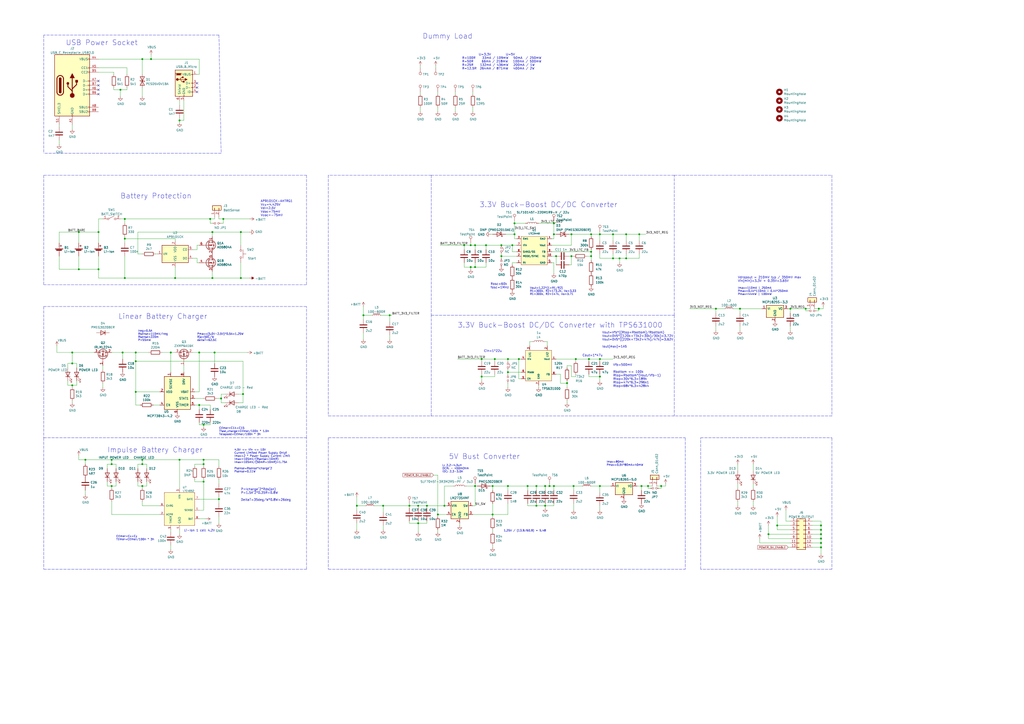
<source format=kicad_sch>
(kicad_sch (version 20211123) (generator eeschema)
  (paper "A2")
  (title_block (title "Environmental Sensor Power Supply"))
  (junction (at 318.77 281.94))
  (junction (at 476.25 317.5))
  (junction (at 99.06 204.47))
  (junction (at 101.6 161.29))
  (junction (at 124.46 204.47))
  (junction (at 237.49 293.37))
  (junction (at 82.55 269.24))
  (junction (at 129.54 127))
  (junction (at 78.74 204.47))
  (junction (at 342.9 148.59))
  (junction (at 359.41 149.86))
  (junction (at 82.55 266.7))
  (junction (at 64.77 269.24))
  (junction (at 45.72 134.62))
  (junction (at 104.14 69.85))
  (junction (at 41.91 204.47))
  (junction (at 285.75 298.45))
  (junction (at 45.72 156.21))
  (junction (at 72.39 138.43))
  (junction (at 72.39 127))
  (junction (at 372.11 281.94))
  (junction (at 355.6 135.89))
  (junction (at 273.05 154.94))
  (junction (at 370.84 135.89))
  (junction (at 294.64 208.28))
  (junction (at 275.59 281.94))
  (junction (at 71.12 204.47))
  (junction (at 118.11 269.24))
  (junction (at 64.77 281.94))
  (junction (at 281.94 142.24))
  (junction (at 363.22 135.89))
  (junction (at 222.25 293.37))
  (junction (at 290.83 148.59))
  (junction (at 311.15 293.37))
  (junction (at 275.59 142.24))
  (junction (at 287.02 208.28))
  (junction (at 254 298.45))
  (junction (at 476.25 309.88))
  (junction (at 128.27 231.14))
  (junction (at 341.63 208.28))
  (junction (at 363.22 149.86))
  (junction (at 210.82 182.88))
  (junction (at 279.4 208.28))
  (junction (at 78.74 209.55))
  (junction (at 458.47 179.07))
  (junction (at 69.85 52.07))
  (junction (at 57.15 156.21))
  (junction (at 273.05 142.24))
  (junction (at 450.85 304.8))
  (junction (at 118.11 266.7))
  (junction (at 242.57 293.37))
  (junction (at 72.39 161.29))
  (junction (at 226.06 182.88))
  (junction (at 311.15 281.94))
  (junction (at 316.23 281.94))
  (junction (at 64.77 266.7))
  (junction (at 115.57 234.95))
  (junction (at 298.45 129.54))
  (junction (at 297.18 142.24))
  (junction (at 269.24 142.24))
  (junction (at 321.31 135.89))
  (junction (at 347.98 135.89))
  (junction (at 257.81 293.37))
  (junction (at 375.92 281.94))
  (junction (at 294.64 215.9))
  (junction (at 342.9 135.89))
  (junction (at 294.64 281.94))
  (junction (at 82.55 281.94))
  (junction (at 123.19 134.62))
  (junction (at 328.93 222.25))
  (junction (at 415.29 179.07))
  (junction (at 476.25 307.34))
  (junction (at 121.92 127))
  (junction (at 474.98 179.07))
  (junction (at 115.57 204.47))
  (junction (at 57.15 134.62))
  (junction (at 118.11 246.38))
  (junction (at 87.63 34.29))
  (junction (at 322.58 148.59))
  (junction (at 41.91 210.82))
  (junction (at 331.47 148.59))
  (junction (at 300.99 208.28))
  (junction (at 298.45 135.89))
  (junction (at 139.7 161.29))
  (junction (at 321.31 281.94))
  (junction (at 347.98 208.28))
  (junction (at 321.31 129.54))
  (junction (at 247.65 293.37))
  (junction (at 383.54 281.94))
  (junction (at 332.74 281.94))
  (junction (at 467.36 179.07))
  (junction (at 127 289.56))
  (junction (at 279.4 218.44))
  (junction (at 476.25 314.96))
  (junction (at 342.9 146.05))
  (junction (at 49.53 266.7))
  (junction (at 445.77 309.88))
  (junction (at 347.98 281.94))
  (junction (at 118.11 279.4))
  (junction (at 123.19 161.29))
  (junction (at 290.83 142.24))
  (junction (at 476.25 304.8))
  (junction (at 355.6 149.86))
  (junction (at 140.97 228.6))
  (junction (at 104.14 266.7))
  (junction (at 316.23 293.37))
  (junction (at 334.01 208.28))
  (junction (at 41.91 223.52))
  (junction (at 78.74 227.33))
  (junction (at 285.75 281.94))
  (junction (at 139.7 134.62))
  (junction (at 331.47 135.89))
  (junction (at 429.26 179.07))
  (junction (at 476.25 312.42))
  (junction (at 347.98 218.44))
  (junction (at 207.01 293.37))
  (junction (at 306.07 281.94))
  (junction (at 82.55 34.29))
  (junction (at 275.59 154.94))
  (junction (at 242.57 303.53))
  (no_connect (at 114.3 48.26))
  (no_connect (at 57.15 46.99))
  (no_connect (at 114.3 50.8))
  (no_connect (at 57.15 49.53))
  (no_connect (at 57.15 52.07))
  (no_connect (at 114.3 53.34))
  (no_connect (at 57.15 54.61))
  (wire (pts (xy 115.57 234.95) (xy 121.92 234.95)))
  (wire (pts (xy 474.98 180.34) (xy 474.98 179.07)))
  (wire (pts (xy 62.23 269.24) (xy 62.23 271.78)))
  (wire (pts (xy 320.04 146.05) (xy 342.9 146.05)))
  (wire (pts (xy 316.23 198.12) (xy 317.5 198.12)))
  (polyline (pts (xy 250.19 101.6) (xy 250.19 182.88)))
  (wire (pts (xy 273.05 154.94) (xy 275.59 154.94)))
  (wire (pts (xy 415.29 179.07) (xy 415.29 181.61)))
  (wire (pts (xy 321.31 293.37) (xy 316.23 293.37)))
  (wire (pts (xy 458.47 179.07) (xy 457.2 179.07)))
  (polyline (pts (xy 127 20.32) (xy 128.27 88.9)))
  (wire (pts (xy 331.47 218.44) (xy 334.01 218.44)))
  (wire (pts (xy 471.17 312.42) (xy 476.25 312.42)))
  (wire (pts (xy 39.37 220.98) (xy 39.37 223.52)))
  (wire (pts (xy 71.12 208.28) (xy 71.12 204.47)))
  (wire (pts (xy 467.36 179.07) (xy 467.36 180.34)))
  (wire (pts (xy 114.3 144.78) (xy 114.3 142.24)))
  (wire (pts (xy 445.77 304.8) (xy 445.77 309.88)))
  (wire (pts (xy 279.4 208.28) (xy 287.02 208.28)))
  (wire (pts (xy 311.15 281.94) (xy 316.23 281.94)))
  (wire (pts (xy 331.47 142.24) (xy 331.47 135.89)))
  (wire (pts (xy 124.46 125.73) (xy 124.46 127)))
  (wire (pts (xy 316.23 284.48) (xy 316.23 281.94)))
  (wire (pts (xy 347.98 134.62) (xy 347.98 135.89)))
  (wire (pts (xy 242.57 303.53) (xy 247.65 303.53)))
  (wire (pts (xy 370.84 135.89) (xy 370.84 139.7)))
  (wire (pts (xy 69.85 52.07) (xy 69.85 55.88)))
  (wire (pts (xy 99.06 215.9) (xy 99.06 204.47)))
  (wire (pts (xy 306.07 293.37) (xy 306.07 292.1)))
  (wire (pts (xy 80.01 269.24) (xy 80.01 271.78)))
  (wire (pts (xy 113.03 278.13) (xy 113.03 279.4)))
  (wire (pts (xy 59.69 212.09) (xy 59.69 214.63)))
  (wire (pts (xy 328.93 212.09) (xy 331.47 212.09)))
  (wire (pts (xy 269.24 154.94) (xy 273.05 154.94)))
  (wire (pts (xy 318.77 281.94) (xy 321.31 281.94)))
  (wire (pts (xy 80.01 134.62) (xy 80.01 147.32)))
  (wire (pts (xy 78.74 234.95) (xy 81.28 234.95)))
  (wire (pts (xy 321.31 138.43) (xy 320.04 138.43)))
  (wire (pts (xy 85.09 281.94) (xy 85.09 279.4)))
  (wire (pts (xy 242.57 293.37) (xy 237.49 293.37)))
  (wire (pts (xy 294.64 215.9) (xy 294.64 214.63)))
  (wire (pts (xy 347.98 281.94) (xy 354.33 281.94)))
  (wire (pts (xy 294.64 281.94) (xy 306.07 281.94)))
  (wire (pts (xy 124.46 204.47) (xy 124.46 210.82)))
  (wire (pts (xy 252.73 38.1) (xy 252.73 39.37)))
  (wire (pts (xy 457.2 317.5) (xy 458.47 317.5)))
  (wire (pts (xy 476.25 302.26) (xy 476.25 304.8)))
  (wire (pts (xy 347.98 139.7) (xy 347.98 135.89)))
  (wire (pts (xy 64.77 281.94) (xy 67.31 281.94)))
  (polyline (pts (xy 25.4 177.8) (xy 25.4 254)))
  (wire (pts (xy 306.07 284.48) (xy 306.07 281.94)))
  (wire (pts (xy 300.99 208.28) (xy 302.26 208.28)))
  (wire (pts (xy 440.69 314.96) (xy 458.47 314.96)))
  (wire (pts (xy 127 289.56) (xy 127 292.1)))
  (wire (pts (xy 254 62.23) (xy 254 64.77)))
  (wire (pts (xy 41.91 224.79) (xy 41.91 223.52)))
  (wire (pts (xy 82.55 293.37) (xy 92.71 293.37)))
  (wire (pts (xy 370.84 149.86) (xy 363.22 149.86)))
  (wire (pts (xy 312.42 129.54) (xy 321.31 129.54)))
  (wire (pts (xy 275.59 144.78) (xy 275.59 142.24)))
  (wire (pts (xy 114.3 43.18) (xy 115.57 43.18)))
  (wire (pts (xy 386.08 280.67) (xy 386.08 281.94)))
  (wire (pts (xy 377.19 283.21) (xy 375.92 283.21)))
  (wire (pts (xy 476.25 321.31) (xy 476.25 317.5)))
  (wire (pts (xy 306.07 281.94) (xy 311.15 281.94)))
  (wire (pts (xy 78.74 204.47) (xy 78.74 209.55)))
  (wire (pts (xy 347.98 208.28) (xy 341.63 208.28)))
  (polyline (pts (xy 25.4 330.2) (xy 177.8 330.2)))
  (wire (pts (xy 279.4 217.17) (xy 279.4 218.44)))
  (wire (pts (xy 222.25 304.8) (xy 222.25 307.34)))
  (wire (pts (xy 118.11 279.4) (xy 118.11 278.13)))
  (wire (pts (xy 290.83 142.24) (xy 297.18 142.24)))
  (wire (pts (xy 128.27 129.54) (xy 129.54 129.54)))
  (wire (pts (xy 347.98 281.94) (xy 347.98 285.75)))
  (wire (pts (xy 311.15 292.1) (xy 311.15 293.37)))
  (wire (pts (xy 49.53 269.24) (xy 49.53 266.7)))
  (wire (pts (xy 44.45 223.52) (xy 44.45 220.98)))
  (wire (pts (xy 34.29 156.21) (xy 45.72 156.21)))
  (polyline (pts (xy 190.5 101.6) (xy 190.5 241.3)))
  (wire (pts (xy 127 288.29) (xy 127 289.56)))
  (wire (pts (xy 34.29 140.97) (xy 34.29 134.62)))
  (wire (pts (xy 476.25 304.8) (xy 476.25 307.34)))
  (wire (pts (xy 210.82 177.8) (xy 210.82 182.88)))
  (wire (pts (xy 57.15 156.21) (xy 57.15 161.29)))
  (wire (pts (xy 294.64 298.45) (xy 294.64 292.1)))
  (wire (pts (xy 67.31 281.94) (xy 67.31 279.4)))
  (wire (pts (xy 264.16 62.23) (xy 264.16 64.77)))
  (wire (pts (xy 321.31 158.75) (xy 321.31 152.4)))
  (wire (pts (xy 287.02 208.28) (xy 294.64 208.28)))
  (wire (pts (xy 331.47 148.59) (xy 332.74 148.59)))
  (wire (pts (xy 473.71 180.34) (xy 474.98 180.34)))
  (wire (pts (xy 113.03 234.95) (xy 115.57 234.95)))
  (wire (pts (xy 300.99 219.71) (xy 300.99 208.28)))
  (wire (pts (xy 321.31 135.89) (xy 321.31 138.43)))
  (wire (pts (xy 455.93 302.26) (xy 458.47 302.26)))
  (wire (pts (xy 57.15 156.21) (xy 57.15 148.59)))
  (wire (pts (xy 321.31 129.54) (xy 321.31 135.89)))
  (wire (pts (xy 334.01 208.28) (xy 341.63 208.28)))
  (wire (pts (xy 123.19 137.16) (xy 123.19 134.62)))
  (wire (pts (xy 64.77 290.83) (xy 64.77 298.45)))
  (wire (pts (xy 226.06 194.31) (xy 226.06 196.85)))
  (wire (pts (xy 312.42 223.52) (xy 312.42 224.79)))
  (wire (pts (xy 297.18 152.4) (xy 299.72 152.4)))
  (wire (pts (xy 450.85 304.8) (xy 458.47 304.8)))
  (wire (pts (xy 243.84 53.34) (xy 243.84 54.61)))
  (wire (pts (xy 275.59 142.24) (xy 281.94 142.24)))
  (wire (pts (xy 140.97 233.68) (xy 138.43 233.68)))
  (wire (pts (xy 471.17 307.34) (xy 476.25 307.34)))
  (wire (pts (xy 87.63 34.29) (xy 115.57 34.29)))
  (wire (pts (xy 285.75 298.45) (xy 294.64 298.45)))
  (wire (pts (xy 374.65 135.89) (xy 370.84 135.89)))
  (wire (pts (xy 123.19 134.62) (xy 80.01 134.62)))
  (wire (pts (xy 331.47 153.67) (xy 331.47 148.59)))
  (wire (pts (xy 115.57 234.95) (xy 115.57 237.49)))
  (wire (pts (xy 144.78 161.29) (xy 139.7 161.29)))
  (wire (pts (xy 99.06 307.34) (xy 99.06 308.61)))
  (wire (pts (xy 450.85 307.34) (xy 458.47 307.34)))
  (wire (pts (xy 429.26 179.07) (xy 425.45 179.07)))
  (wire (pts (xy 82.55 266.7) (xy 104.14 266.7)))
  (wire (pts (xy 111.76 144.78) (xy 114.3 144.78)))
  (wire (pts (xy 316.23 293.37) (xy 311.15 293.37)))
  (wire (pts (xy 127 127) (xy 129.54 127)))
  (wire (pts (xy 445.77 312.42) (xy 458.47 312.42)))
  (wire (pts (xy 129.54 129.54) (xy 129.54 127)))
  (wire (pts (xy 294.64 281.94) (xy 294.64 284.48)))
  (wire (pts (xy 279.4 218.44) (xy 279.4 220.98)))
  (wire (pts (xy 82.55 34.29) (xy 87.63 34.29)))
  (wire (pts (xy 220.98 182.88) (xy 226.06 182.88)))
  (wire (pts (xy 72.39 140.97) (xy 72.39 138.43)))
  (polyline (pts (xy 127 20.32) (xy 25.4 20.32)))
  (wire (pts (xy 114.3 142.24) (xy 115.57 142.24)))
  (wire (pts (xy 275.59 281.94) (xy 270.51 281.94)))
  (polyline (pts (xy 391.16 101.6) (xy 250.19 101.6)))
  (wire (pts (xy 259.08 293.37) (xy 257.81 293.37)))
  (wire (pts (xy 269.24 144.78) (xy 269.24 142.24)))
  (wire (pts (xy 72.39 127) (xy 72.39 129.54)))
  (wire (pts (xy 265.43 208.28) (xy 279.4 208.28)))
  (wire (pts (xy 144.78 134.62) (xy 139.7 134.62)))
  (wire (pts (xy 325.12 217.17) (xy 325.12 222.25)))
  (wire (pts (xy 115.57 300.99) (xy 119.38 300.99)))
  (wire (pts (xy 57.15 41.91) (xy 66.04 41.91)))
  (wire (pts (xy 429.26 181.61) (xy 429.26 179.07)))
  (wire (pts (xy 347.98 209.55) (xy 347.98 208.28)))
  (wire (pts (xy 138.43 228.6) (xy 140.97 228.6)))
  (wire (pts (xy 243.84 38.1) (xy 243.84 39.37)))
  (wire (pts (xy 355.6 149.86) (xy 347.98 149.86)))
  (wire (pts (xy 284.48 281.94) (xy 285.75 281.94)))
  (wire (pts (xy 139.7 142.24) (xy 139.7 134.62)))
  (wire (pts (xy 57.15 134.62) (xy 57.15 140.97)))
  (wire (pts (xy 140.97 209.55) (xy 78.74 209.55)))
  (wire (pts (xy 297.18 153.67) (xy 297.18 152.4)))
  (wire (pts (xy 266.7 304.8) (xy 266.7 303.53)))
  (wire (pts (xy 334.01 217.17) (xy 334.01 218.44)))
  (wire (pts (xy 247.65 303.53) (xy 247.65 302.26)))
  (wire (pts (xy 342.9 281.94) (xy 347.98 281.94)))
  (wire (pts (xy 82.55 50.8) (xy 82.55 55.88)))
  (wire (pts (xy 275.59 154.94) (xy 281.94 154.94)))
  (wire (pts (xy 328.93 232.41) (xy 328.93 233.68)))
  (wire (pts (xy 281.94 144.78) (xy 281.94 142.24)))
  (wire (pts (xy 115.57 34.29) (xy 115.57 43.18)))
  (wire (pts (xy 242.57 294.64) (xy 242.57 293.37)))
  (wire (pts (xy 222.25 293.37) (xy 222.25 297.18)))
  (wire (pts (xy 64.77 269.24) (xy 67.31 269.24)))
  (wire (pts (xy 78.74 209.55) (xy 78.74 227.33)))
  (polyline (pts (xy 482.6 254) (xy 482.6 330.2)))
  (wire (pts (xy 82.55 266.7) (xy 82.55 269.24)))
  (wire (pts (xy 254 308.61) (xy 254 307.34)))
  (wire (pts (xy 322.58 208.28) (xy 334.01 208.28)))
  (wire (pts (xy 118.11 246.38) (xy 121.92 246.38)))
  (wire (pts (xy 355.6 135.89) (xy 355.6 139.7)))
  (wire (pts (xy 88.9 234.95) (xy 92.71 234.95)))
  (polyline (pts (xy 177.8 101.6) (xy 177.8 165.1)))
  (wire (pts (xy 33.02 204.47) (xy 41.91 204.47)))
  (wire (pts (xy 242.57 308.61) (xy 242.57 303.53)))
  (wire (pts (xy 226.06 182.88) (xy 226.06 186.69)))
  (wire (pts (xy 274.32 53.34) (xy 274.32 54.61)))
  (wire (pts (xy 62.23 269.24) (xy 64.77 269.24)))
  (wire (pts (xy 440.69 312.42) (xy 440.69 314.96)))
  (wire (pts (xy 123.19 157.48) (xy 123.19 161.29)))
  (wire (pts (xy 294.64 208.28) (xy 300.99 208.28)))
  (wire (pts (xy 436.88 280.67) (xy 436.88 283.21)))
  (polyline (pts (xy 177.8 165.1) (xy 25.4 165.1)))
  (wire (pts (xy 332.74 281.94) (xy 337.82 281.94)))
  (wire (pts (xy 139.7 152.4) (xy 139.7 161.29)))
  (wire (pts (xy 476.25 309.88) (xy 476.25 312.42)))
  (wire (pts (xy 39.37 210.82) (xy 39.37 213.36)))
  (wire (pts (xy 273.05 154.94) (xy 273.05 156.21)))
  (wire (pts (xy 328.93 222.25) (xy 328.93 224.79)))
  (wire (pts (xy 45.72 266.7) (xy 49.53 266.7)))
  (wire (pts (xy 121.92 127) (xy 121.92 129.54)))
  (wire (pts (xy 342.9 146.05) (xy 342.9 148.59)))
  (wire (pts (xy 328.93 220.98) (xy 328.93 222.25)))
  (wire (pts (xy 64.77 266.7) (xy 64.77 269.24)))
  (polyline (pts (xy 391.16 241.3) (xy 250.19 241.3)))
  (wire (pts (xy 471.17 302.26) (xy 476.25 302.26)))
  (wire (pts (xy 101.6 138.43) (xy 101.6 139.7)))
  (wire (pts (xy 285.75 298.45) (xy 285.75 292.1)))
  (wire (pts (xy 82.55 269.24) (xy 85.09 269.24)))
  (wire (pts (xy 127 299.72) (xy 127 303.53)))
  (wire (pts (xy 427.99 290.83) (xy 427.99 293.37)))
  (wire (pts (xy 321.31 284.48) (xy 321.31 281.94)))
  (wire (pts (xy 113.03 269.24) (xy 118.11 269.24)))
  (wire (pts (xy 269.24 142.24) (xy 273.05 142.24)))
  (wire (pts (xy 207.01 293.37) (xy 212.09 293.37)))
  (wire (pts (xy 73.66 39.37) (xy 73.66 43.18)))
  (polyline (pts (xy 25.4 254) (xy 25.4 330.2)))
  (wire (pts (xy 347.98 293.37) (xy 347.98 295.91)))
  (wire (pts (xy 44.45 210.82) (xy 41.91 210.82)))
  (wire (pts (xy 355.6 147.32) (xy 355.6 149.86)))
  (wire (pts (xy 72.39 138.43) (xy 101.6 138.43)))
  (wire (pts (xy 264.16 53.34) (xy 264.16 54.61)))
  (wire (pts (xy 330.2 153.67) (xy 331.47 153.67)))
  (wire (pts (xy 302.26 219.71) (xy 300.99 219.71)))
  (wire (pts (xy 247.65 294.64) (xy 247.65 293.37)))
  (wire (pts (xy 104.14 307.34) (xy 104.14 309.88)))
  (wire (pts (xy 67.31 271.78) (xy 67.31 269.24)))
  (wire (pts (xy 290.83 148.59) (xy 290.83 149.86)))
  (wire (pts (xy 321.31 281.94) (xy 332.74 281.94)))
  (wire (pts (xy 330.2 148.59) (xy 331.47 148.59)))
  (polyline (pts (xy 406.4 330.2) (xy 406.4 254)))
  (wire (pts (xy 139.7 134.62) (xy 123.19 134.62)))
  (wire (pts (xy 115.57 204.47) (xy 111.76 204.47)))
  (wire (pts (xy 275.59 281.94) (xy 275.59 280.67)))
  (wire (pts (xy 41.91 223.52) (xy 44.45 223.52)))
  (wire (pts (xy 331.47 212.09) (xy 331.47 218.44)))
  (wire (pts (xy 372.11 284.48) (xy 372.11 281.94)))
  (wire (pts (xy 237.49 303.53) (xy 242.57 303.53)))
  (wire (pts (xy 294.64 222.25) (xy 294.64 224.79)))
  (wire (pts (xy 476.25 307.34) (xy 476.25 309.88)))
  (polyline (pts (xy 190.5 254) (xy 190.5 330.2)))
  (wire (pts (xy 436.88 290.83) (xy 436.88 293.37)))
  (wire (pts (xy 455.93 295.91) (xy 455.93 302.26)))
  (wire (pts (xy 247.65 293.37) (xy 257.81 293.37)))
  (wire (pts (xy 287.02 218.44) (xy 287.02 217.17)))
  (wire (pts (xy 72.39 127) (xy 121.92 127)))
  (wire (pts (xy 45.72 148.59) (xy 45.72 156.21)))
  (wire (pts (xy 57.15 127) (xy 59.69 127)))
  (wire (pts (xy 375.92 283.21) (xy 375.92 281.94)))
  (wire (pts (xy 243.84 62.23) (xy 243.84 64.77)))
  (wire (pts (xy 207.01 303.53) (xy 207.01 307.34)))
  (wire (pts (xy 99.06 316.23) (xy 99.06 318.77)))
  (wire (pts (xy 370.84 147.32) (xy 370.84 149.86)))
  (wire (pts (xy 347.98 218.44) (xy 347.98 217.17)))
  (wire (pts (xy 359.41 149.86) (xy 355.6 149.86)))
  (wire (pts (xy 217.17 293.37) (xy 222.25 293.37)))
  (wire (pts (xy 104.14 69.85) (xy 104.14 71.12)))
  (wire (pts (xy 471.17 309.88) (xy 476.25 309.88)))
  (wire (pts (xy 93.98 204.47) (xy 99.06 204.47)))
  (wire (pts (xy 363.22 149.86) (xy 359.41 149.86)))
  (wire (pts (xy 363.22 147.32) (xy 363.22 149.86)))
  (wire (pts (xy 72.39 161.29) (xy 72.39 148.59)))
  (wire (pts (xy 72.39 137.16) (xy 72.39 138.43)))
  (wire (pts (xy 114.3 149.86) (xy 114.3 152.4)))
  (wire (pts (xy 316.23 293.37) (xy 316.23 294.64)))
  (polyline (pts (xy 25.4 165.1) (xy 25.4 101.6)))
  (wire (pts (xy 342.9 135.89) (xy 347.98 135.89)))
  (wire (pts (xy 210.82 185.42) (xy 210.82 182.88)))
  (wire (pts (xy 118.11 295.91) (xy 118.11 279.4)))
  (wire (pts (xy 121.92 246.38) (xy 121.92 245.11)))
  (wire (pts (xy 104.14 266.7) (xy 118.11 266.7)))
  (wire (pts (xy 113.03 279.4) (xy 118.11 279.4)))
  (wire (pts (xy 113.03 270.51) (xy 113.03 269.24)))
  (wire (pts (xy 118.11 269.24) (xy 118.11 270.51)))
  (wire (pts (xy 64.77 266.7) (xy 82.55 266.7)))
  (wire (pts (xy 124.46 127) (xy 121.92 127)))
  (wire (pts (xy 101.6 154.94) (xy 101.6 161.29)))
  (wire (pts (xy 45.72 156.21) (xy 57.15 156.21)))
  (wire (pts (xy 130.81 233.68) (xy 128.27 233.68)))
  (polyline (pts (xy 177.8 254) (xy 177.8 177.8)))
  (wire (pts (xy 316.23 292.1) (xy 316.23 293.37)))
  (wire (pts (xy 321.31 292.1) (xy 321.31 293.37)))
  (wire (pts (xy 322.58 148.59) (xy 322.58 153.67)))
  (wire (pts (xy 330.2 135.89) (xy 331.47 135.89)))
  (wire (pts (xy 342.9 135.89) (xy 342.9 137.16)))
  (wire (pts (xy 80.01 269.24) (xy 82.55 269.24)))
  (wire (pts (xy 275.59 293.37) (xy 275.59 281.94)))
  (wire (pts (xy 429.26 179.07) (xy 441.96 179.07)))
  (wire (pts (xy 275.59 152.4) (xy 275.59 154.94)))
  (wire (pts (xy 118.11 247.65) (xy 118.11 246.38)))
  (wire (pts (xy 125.73 231.14) (xy 128.27 231.14)))
  (polyline (pts (xy 391.16 182.88) (xy 391.16 241.3)))
  (wire (pts (xy 257.81 293.37) (xy 257.81 281.94)))
  (wire (pts (xy 274.32 62.23) (xy 274.32 64.77)))
  (wire (pts (xy 34.29 81.28) (xy 34.29 83.82)))
  (wire (pts (xy 274.32 293.37) (xy 275.59 293.37)))
  (wire (pts (xy 80.01 281.94) (xy 82.55 281.94)))
  (wire (pts (xy 297.18 142.24) (xy 299.72 142.24)))
  (wire (pts (xy 281.94 142.24) (xy 290.83 142.24)))
  (wire (pts (xy 363.22 139.7) (xy 363.22 135.89)))
  (polyline (pts (xy 397.51 254) (xy 397.51 330.2)))
  (wire (pts (xy 106.68 69.85) (xy 104.14 69.85)))
  (wire (pts (xy 210.82 182.88) (xy 215.9 182.88)))
  (wire (pts (xy 123.19 161.29) (xy 101.6 161.29)))
  (wire (pts (xy 307.34 200.66) (xy 307.34 198.12)))
  (wire (pts (xy 104.14 266.7) (xy 104.14 283.21)))
  (wire (pts (xy 269.24 152.4) (xy 269.24 154.94)))
  (wire (pts (xy 99.06 204.47) (xy 101.6 204.47)))
  (wire (pts (xy 476.25 317.5) (xy 471.17 317.5)))
  (wire (pts (xy 45.72 134.62) (xy 57.15 134.62)))
  (wire (pts (xy 347.98 135.89) (xy 355.6 135.89)))
  (polyline (pts (xy 250.19 101.6) (xy 190.5 101.6)))
  (wire (pts (xy 82.55 34.29) (xy 82.55 43.18)))
  (wire (pts (xy 458.47 179.07) (xy 467.36 179.07)))
  (wire (pts (xy 334.01 208.28) (xy 334.01 209.55)))
  (wire (pts (xy 275.59 281.94) (xy 276.86 281.94)))
  (wire (pts (xy 321.31 152.4) (xy 320.04 152.4)))
  (wire (pts (xy 127 125.73) (xy 127 127)))
  (wire (pts (xy 80.01 147.32) (xy 82.55 147.32)))
  (wire (pts (xy 342.9 144.78) (xy 342.9 146.05)))
  (wire (pts (xy 115.57 295.91) (xy 118.11 295.91)))
  (wire (pts (xy 207.01 295.91) (xy 207.01 293.37)))
  (wire (pts (xy 106.68 58.42) (xy 106.68 69.85)))
  (wire (pts (xy 273.05 140.97) (xy 273.05 142.24)))
  (wire (pts (xy 297.18 146.05) (xy 297.18 142.24)))
  (wire (pts (xy 347.98 218.44) (xy 347.98 220.98)))
  (wire (pts (xy 82.55 290.83) (xy 82.55 293.37)))
  (wire (pts (xy 355.6 135.89) (xy 363.22 135.89)))
  (wire (pts (xy 294.64 215.9) (xy 294.64 217.17)))
  (wire (pts (xy 317.5 198.12) (xy 317.5 200.66)))
  (wire (pts (xy 299.72 146.05) (xy 297.18 146.05)))
  (wire (pts (xy 69.85 52.07) (xy 66.04 52.07)))
  (wire (pts (xy 45.72 264.16) (xy 45.72 266.7)))
  (wire (pts (xy 73.66 50.8) (xy 73.66 52.07)))
  (wire (pts (xy 44.45 213.36) (xy 44.45 210.82)))
  (wire (pts (xy 472.44 179.07) (xy 474.98 179.07)))
  (wire (pts (xy 458.47 189.23) (xy 458.47 191.77)))
  (wire (pts (xy 298.45 138.43) (xy 298.45 135.89)))
  (wire (pts (xy 113.03 231.14) (xy 118.11 231.14)))
  (wire (pts (xy 307.34 198.12) (xy 308.61 198.12)))
  (wire (pts (xy 92.71 227.33) (xy 78.74 227.33)))
  (wire (pts (xy 57.15 39.37) (xy 73.66 39.37)))
  (wire (pts (xy 285.75 281.94) (xy 285.75 284.48)))
  (wire (pts (xy 274.32 298.45) (xy 285.75 298.45)))
  (wire (pts (xy 299.72 138.43) (xy 298.45 138.43)))
  (wire (pts (xy 45.72 140.97) (xy 45.72 134.62)))
  (wire (pts (xy 34.29 72.39) (xy 34.29 73.66)))
  (wire (pts (xy 237.49 293.37) (xy 237.49 294.64)))
  (wire (pts (xy 62.23 281.94) (xy 64.77 281.94)))
  (wire (pts (xy 383.54 281.94) (xy 386.08 281.94)))
  (wire (pts (xy 284.48 135.89) (xy 285.75 135.89)))
  (wire (pts (xy 290.83 148.59) (xy 290.83 147.32)))
  (wire (pts (xy 59.69 222.25) (xy 59.69 224.79)))
  (wire (pts (xy 115.57 246.38) (xy 118.11 246.38)))
  (wire (pts (xy 85.09 271.78) (xy 85.09 269.24)))
  (wire (pts (xy 114.3 152.4) (xy 115.57 152.4)))
  (wire (pts (xy 341.63 209.55) (xy 341.63 208.28)))
  (wire (pts (xy 321.31 128.27) (xy 321.31 129.54)))
  (wire (pts (xy 118.11 266.7) (xy 127 266.7)))
  (wire (pts (xy 66.04 50.8) (xy 66.04 52.07)))
  (wire (pts (xy 92.71 298.45) (xy 64.77 298.45)))
  (polyline (pts (xy 482.6 330.2) (xy 406.4 330.2)))
  (wire (pts (xy 332.74 284.48) (xy 332.74 281.94)))
  (wire (pts (xy 328.93 213.36) (xy 328.93 212.09)))
  (wire (pts (xy 71.12 204.47) (xy 78.74 204.47)))
  (wire (pts (xy 298.45 129.54) (xy 304.8 129.54)))
  (wire (pts (xy 57.15 34.29) (xy 82.55 34.29)))
  (wire (pts (xy 66.04 41.91) (xy 66.04 43.18)))
  (wire (pts (xy 298.45 135.89) (xy 298.45 129.54)))
  (wire (pts (xy 331.47 135.89) (xy 342.9 135.89)))
  (wire (pts (xy 237.49 292.1) (xy 237.49 293.37)))
  (wire (pts (xy 129.54 127) (xy 144.78 127)))
  (polyline (pts (xy 177.8 177.8) (xy 25.4 177.8)))
  (wire (pts (xy 254 298.45) (xy 259.08 298.45)))
  (wire (pts (xy 106.68 212.09) (xy 106.68 215.9)))
  (wire (pts (xy 82.55 281.94) (xy 85.09 281.94)))
  (wire (pts (xy 320.04 142.24) (xy 331.47 142.24)))
  (wire (pts (xy 255.27 142.24) (xy 269.24 142.24)))
  (wire (pts (xy 254 299.72) (xy 254 298.45)))
  (wire (pts (xy 476.25 312.42) (xy 476.25 314.96)))
  (wire (pts (xy 294.64 209.55) (xy 294.64 208.28)))
  (wire (pts (xy 375.92 281.94) (xy 378.46 281.94)))
  (polyline (pts (xy 177.8 330.2) (xy 177.8 254)))
  (wire (pts (xy 279.4 218.44) (xy 287.02 218.44)))
  (polyline (pts (xy 406.4 254) (xy 482.6 254)))
  (wire (pts (xy 302.26 215.9) (xy 294.64 215.9)))
  (wire (pts (xy 115.57 289.56) (xy 127 289.56)))
  (wire (pts (xy 285.75 316.23) (xy 285.75 317.5)))
  (wire (pts (xy 78.74 227.33) (xy 78.74 234.95)))
  (wire (pts (xy 140.97 228.6) (xy 140.97 233.68)))
  (wire (pts (xy 471.17 304.8) (xy 476.25 304.8)))
  (wire (pts (xy 474.98 179.07) (xy 477.52 179.07)))
  (wire (pts (xy 332.74 292.1) (xy 332.74 295.91)))
  (wire (pts (xy 254 53.34) (xy 254 54.61)))
  (wire (pts (xy 64.77 204.47) (xy 71.12 204.47)))
  (wire (pts (xy 316.23 281.94) (xy 318.77 281.94)))
  (wire (pts (xy 242.57 302.26) (xy 242.57 303.53)))
  (wire (pts (xy 477.52 177.8) (xy 477.52 179.07)))
  (polyline (pts (xy 190.5 330.2) (xy 397.51 330.2)))
  (wire (pts (xy 41.91 210.82) (xy 39.37 210.82)))
  (polyline (pts (xy 190.5 254) (xy 397.51 254)))
  (wire (pts (xy 41.91 72.39) (xy 41.91 74.93)))
  (wire (pts (xy 62.23 279.4) (xy 62.23 281.94)))
  (wire (pts (xy 82.55 283.21) (xy 82.55 281.94)))
  (wire (pts (xy 34.29 148.59) (xy 34.29 156.21)))
  (wire (pts (xy 369.57 281.94) (xy 372.11 281.94)))
  (wire (pts (xy 381 281.94) (xy 383.54 281.94)))
  (wire (pts (xy 450.85 304.8) (xy 450.85 307.34)))
  (wire (pts (xy 318.77 280.67) (xy 318.77 281.94)))
  (wire (pts (xy 121.92 234.95) (xy 121.92 237.49)))
  (wire (pts (xy 285.75 308.61) (xy 285.75 307.34)))
  (wire (pts (xy 400.05 179.07) (xy 415.29 179.07)))
  (polyline (pts (xy 25.4 20.32) (xy 25.4 88.9)))
  (wire (pts (xy 127 278.13) (xy 127 280.67)))
  (wire (pts (xy 90.17 147.32) (xy 91.44 147.32)))
  (wire (pts (xy 140.97 228.6) (xy 140.97 209.55)))
  (wire (pts (xy 41.91 204.47) (xy 54.61 204.47)))
  (polyline (pts (xy 250.19 182.88) (xy 391.16 182.88)))
  (wire (pts (xy 251.46 275.59) (xy 254 275.59)))
  (wire (pts (xy 347.98 208.28) (xy 355.6 208.28)))
  (wire (pts (xy 363.22 135.89) (xy 370.84 135.89)))
  (wire (pts (xy 468.63 180.34) (xy 467.36 180.34)))
  (wire (pts (xy 124.46 204.47) (xy 143.51 204.47)))
  (wire (pts (xy 115.57 227.33) (xy 115.57 204.47)))
  (wire (pts (xy 128.27 233.68) (xy 128.27 231.14)))
  (wire (pts (xy 427.99 280.67) (xy 427.99 283.21)))
  (wire (pts (xy 273.05 142.24) (xy 275.59 142.24)))
  (polyline (pts (xy 25.4 101.6) (xy 177.8 101.6)))
  (wire (pts (xy 427.99 273.05) (xy 427.99 269.24)))
  (polyline (pts (xy 391.16 101.6) (xy 482.6 101.6)))
  (wire (pts (xy 372.11 281.94) (xy 375.92 281.94)))
  (wire (pts (xy 415.29 179.07) (xy 420.37 179.07)))
  (wire (pts (xy 104.14 68.58) (xy 104.14 69.85)))
  (wire (pts (xy 39.37 223.52) (xy 41.91 223.52)))
  (wire (pts (xy 383.54 283.21) (xy 383.54 281.94)))
  (wire (pts (xy 33.02 200.66) (xy 33.02 204.47)))
  (wire (pts (xy 311.15 293.37) (xy 306.07 293.37)))
  (wire (pts (xy 41.91 232.41) (xy 41.91 233.68)))
  (wire (pts (xy 471.17 314.96) (xy 476.25 314.96)))
  (wire (pts (xy 325.12 222.25) (xy 328.93 222.25)))
  (wire (pts (xy 415.29 189.23) (xy 415.29 191.77)))
  (wire (pts (xy 87.63 31.75) (xy 87.63 34.29)))
  (wire (pts (xy 342.9 148.59) (xy 342.9 151.13)))
  (wire (pts (xy 123.19 129.54) (xy 121.92 129.54)))
  (wire (pts (xy 290.83 148.59) (xy 299.72 148.59)))
  (wire (pts (xy 359.41 149.86) (xy 359.41 152.4)))
  (wire (pts (xy 382.27 283.21) (xy 383.54 283.21)))
  (wire (pts (xy 113.03 227.33) (xy 115.57 227.33)))
  (wire (pts (xy 127 266.7) (xy 127 270.51)))
  (wire (pts (xy 341.63 218.44) (xy 347.98 218.44)))
  (wire (pts (xy 222.25 293.37) (xy 237.49 293.37)))
  (polyline (pts (xy 128.27 88.9) (xy 25.4 88.9)))
  (wire (pts (xy 347.98 149.86) (xy 347.98 147.32)))
  (wire (pts (xy 340.36 148.59) (xy 342.9 148.59)))
  (wire (pts (xy 41.91 210.82) (xy 41.91 204.47)))
  (wire (pts (xy 467.36 179.07) (xy 469.9 179.07)))
  (wire (pts (xy 237.49 302.26) (xy 237.49 303.53)))
  (wire (pts (xy 64.77 283.21) (xy 64.77 281.94)))
  (wire (pts (xy 429.26 189.23) (xy 429.26 191.77)))
  (wire (pts (xy 226.06 182.88) (xy 227.33 182.88)))
  (wire (pts (xy 210.82 193.04) (xy 210.82 196.85)))
  (wire (pts (xy 115.57 204.47) (xy 124.46 204.47)))
  (wire (pts (xy 450.85 299.72) (xy 450.85 304.8)))
  (polyline (pts (xy 25.4 254) (xy 177.8 254)))
  (wire (pts (xy 118.11 266.7) (xy 118.11 269.24)))
  (wire (pts (xy 57.15 134.62) (xy 57.15 127)))
  (wire (pts (xy 445.77 309.88) (xy 445.77 312.42)))
  (wire (pts (xy 436.88 273.05) (xy 436.88 269.24)))
  (wire (pts (xy 80.01 279.4) (xy 80.01 281.94)))
  (wire (pts (xy 322.58 135.89) (xy 321.31 135.89)))
  (wire (pts (xy 128.27 228.6) (xy 130.81 228.6)))
  (wire (pts (xy 57.15 161.29) (xy 72.39 161.29)))
  (polyline (pts (xy 250.19 241.3) (xy 250.19 182.88)))
  (wire (pts (xy 445.77 309.88) (xy 458.47 309.88)))
  (wire (pts (xy 281.94 154.94) (xy 281.94 152.4)))
  (wire (pts (xy 257.81 281.94) (xy 262.89 281.94)))
  (wire (pts (xy 293.37 135.89) (xy 298.45 135.89)))
  (polyline (pts (xy 391.16 182.88) (xy 391.16 101.6)))
  (wire (pts (xy 320.04 148.59) (xy 322.58 148.59)))
  (wire (pts (xy 247.65 293.37) (xy 242.57 293.37)))
  (wire (pts (xy 458.47 179.07) (xy 458.47 181.61)))
  (wire (pts (xy 311.15 284.48) (xy 311.15 281.94)))
  (wire (pts (xy 49.53 284.48) (xy 49.53 287.02)))
  (wire (pts (xy 298.45 128.27) (xy 298.45 129.54)))
  (wire (pts (xy 34.29 134.62) (xy 45.72 134.62)))
  (wire (pts (xy 115.57 245.11) (xy 115.57 246.38)))
  (wire (pts (xy 101.6 161.29) (xy 72.39 161.29)))
  (wire (pts (xy 287.02 209.55) (xy 287.02 208.28)))
  (wire (pts (xy 285.75 299.72) (xy 285.75 298.45)))
  (polyline (pts (xy 482.6 241.3) (xy 391.16 241.3)))
  (wire (pts (xy 476.25 314.96) (xy 476.25 317.5)))
  (wire (pts (xy 341.63 217.17) (xy 341.63 218.44)))
  (wire (pts (xy 322.58 217.17) (xy 325.12 217.17)))
  (polyline (pts (xy 482.6 101.6) (xy 482.6 241.3)))
  (wire (pts (xy 69.85 127) (xy 72.39 127)))
  (wire (pts (xy 104.14 58.42) (xy 104.14 60.96)))
  (wire (pts (xy 86.36 204.47) (xy 78.74 204.47)))
  (wire (pts (xy 49.53 266.7) (xy 64.77 266.7)))
  (wire (pts (xy 254 275.59) (xy 254 298.45)))
  (wire (pts (xy 139.7 161.29) (xy 123.19 161.29)))
  (wire (pts (xy 285.75 281.94) (xy 294.64 281.94)))
  (wire (pts (xy 279.4 209.55) (xy 279.4 208.28)))
  (wire (pts (xy 73.66 52.07) (xy 69.85 52.07)))
  (polyline (pts (xy 190.5 241.3) (xy 250.19 241.3)))
  (wire (pts (xy 111.76 149.86) (xy 114.3 149.86)))
  (wire (pts (xy 128.27 231.14) (xy 128.27 228.6)))
  (wire (pts (xy 207.01 288.29) (xy 207.01 293.37)))
  (text "L: 2.2-4.3uH\nDCR: - 450mOhm\nIDC: 2.3-3.0A" (at 256.54 274.32 0) (effects (font (size 1.1176 1.1176)) (justify left bottom)))
  (text "AP9101CK-AHTRG1\nVcu=4.425V\nVdl=2.5V\nVdoc=75mV\nVcoc=-75mV" (at 151.13 125.73 0) (effects (font (size 1.27 1.27)) (justify left bottom)))
  (text "1. Each part should allow to measure its power consumption\n2.\n\nEnhancements from v1.\n1. Reset button\n2. Button to start battery protection after power loss\n3. Solution to measure voltage at battery" (at -102.87 7.62 0) (effects (font (size 1.27 1.27)) (justify left bottom)))
  (text "Linear Battery Charger" (at 68.58 185.42 0) (effects (font (size 2.9972 2.9972)) (justify left bottom)))
  (text "5V Bust Converter" (at 260.35 266.7 0) (effects (font (size 2.9972 2.9972)) (justify left bottom)))
  (text "Ireg=0.5A\nRsense=110mV/Ireg\nRsense=220m\nP=55mW" (at 80.01 198.12 0) (effects (font (size 1.1176 1.1176)) (justify left bottom)))
  (text "Pmax=(5.0V-2.5V)*0.5A=1.25W\nRja=50C/W\ndeltaT=62.5C" (at 114.3 198.12 0) (effects (font (size 1.1176 1.1176)) (justify left bottom)))
  (text "Ctimer=Cx+Cy\nTtimer=Ctimer/100n * 3h" (at 67.31 313.69 0) (effects (font (size 1.1176 1.1176)) (justify left bottom)))
  (text "Vfb=500mV\n\nRbottom <= 100k\nRtop=Rbottom*(Vout/Vfb-1)\nRtop=30k*6.3=189k\nRtop=47k*6.3=296k1\nRtop=68k*6.3=428k4" (at 355.6 224.79 0) (effects (font (size 1.27 1.27)) (justify left bottom)))
  (text "Li-Ion 1 cell 4.2V" (at 106.68 308.61 0) (effects (font (size 1.27 1.27)) (justify left bottom)))
  (text "3.3V Buck-Boost DC/DC Converter" (at 278.13 120.65 0) (effects (font (size 2.9972 2.9972)) (justify left bottom)))
  (text "Impulse Battery Charger" (at 62.23 262.89 0) (effects (font (size 2.9972 2.9972)) (justify left bottom)))
  (text "Imax=110mA | 250mA\nPmax=0.4V*110mA | 0.4V*250mA\nPmax=44mW | 100mW " (at 427.99 171.45 0) (effects (font (size 1.1176 1.1176)) (justify left bottom)))
  (text "Cout=1*47u" (at 337.82 207.01 0) (effects (font (size 1.27 1.27)) (justify left bottom)))
  (text "USB Power Socket" (at 38.1 26.67 0) (effects (font (size 2.9972 2.9972)) (justify left bottom)))
  (text "4.5V <= Vin <= 10V\nCurrent Limited Power Supply Only!\nImax=2 * Power Supply Current Limit\nImax=105mV/(Rsense+10mR)\nImax=105mV/(50mR+10mR)=1.75A\n\nPsense=Rsense*Icharge^2\nPsense=0.11W" (at 135.89 274.32 0) (effects (font (size 1.1176 1.1176)) (justify left bottom)))
  (text "Rosc=60k\nfosc=1MHz" (at 284.48 167.64 0) (effects (font (size 1.27 1.27)) (justify left bottom)))
  (text "Cin=1*22u" (at 280.67 204.47 0) (effects (font (size 1.27 1.27)) (justify left bottom)))
  (text "Ctimer=C14+C15\nTfast_charge=Ctimer/100n * 1.5h\nTelapsed=Ctimer/100n * 3h" (at 127 252.73 0) (effects (font (size 1.1176 1.1176)) (justify left bottom)))
  (text "Dummy Load" (at 245.11 22.86 0) (effects (font (size 2.9972 2.9972)) (justify left bottom)))
  (text "3.3V Buck-Boost DC/DC Converter with TPS631000" (at 265.43 190.5 0) (effects (font (size 2.9972 2.9972)) (justify left bottom)))
  (text "Vdropout = 210mV typ / 350mV max\nVin(min)=3.3V + 0.35V=3.65V" (at 427.99 163.83 0) (effects (font (size 1.27 1.27)) (justify left bottom)))
  (text "Vout=1.22*(1+R1/R2)\nR1=300k, R2=173.2k, Vo=3.33\nR1=300k, R2=147k, Vo=3.71" (at 307.34 171.45 0) (effects (font (size 1.1176 1.1176)) (justify left bottom)))
  (text "P=Icharge^2*Rds(on)\nP=1.5A^2*0.35R=0.8W\n\nDeltaT=35deg/W*0.8W=26deg" (at 139.7 290.83 0) (effects (font (size 1.27 1.27)) (justify left bottom)))
  (text "          U=3.3V         U=5V\nR=100R    33mA / 109mW   50mA  / 250mW\nR=50R     66mA / 218mW   100mA / 500mW\nR=25R    132mA / 436mW   200mA / 1W\nR=12.5R  264mA / 871mW   400mA / 2W" (at 267.97 40.64 0) (effects (font (size 1.27 1.27)) (justify left bottom)))
  (text "Imax=80mA\nPmax=0.5V*80mA=40mW" (at 351.79 270.51 0) (effects (font (size 1.1176 1.1176)) (justify left bottom)))
  (text "Vout=Vfb*((Rtop+Rbottom)/Rbottom)\nVout=0V5*((120k+73k2+30k)/30k)=3.72V\nVout=0V5*((220k+73k2+47k)/47k)=3.62V\n\nIout(max)=1A5" (at 349.25 201.93 0) (effects (font (size 1.27 1.27)) (justify left bottom)))
  (text "1.25V / (13.9/60.9) = 5.48" (at 292.1 308.61 0) (effects (font (size 1.1176 1.1176)) (justify left bottom)))
  (text "Battery Protection" (at 69.85 115.57 0) (effects (font (size 2.9972 2.9972)) (justify left bottom)))
  (label "3V3_LTC_FB" (at 330.2 146.05 0))
  (label "5V_SW" (at 275.59 293.37 0))
  (label "3V3_REG" (at 458.47 179.07 0))
  (label "BATT_3V3_FILTER" (at 255.27 142.24 0))
  (label "BATT_3V3_FILTER" (at 227.33 182.88 0))
  (label "3V3_LTC_SW2" (at 313.69 129.54 0))
  (label "BATT_BARE" (at 39.37 134.62 0))
  (label "3V3_NOT_REG" (at 355.6 208.28 0))
  (label "3V3_NOT_REG" (at 374.65 135.89 0))
  (label "3V3_NOT_REG" (at 400.05 179.07 0))
  (label "3V3_LTC_SW1" (at 298.45 133.35 0))
  (label "BATT_3V3_FILTER" (at 265.43 208.28 0))
  (global_label "POWER_5V_ENABLE" (shape input) (at 457.2 317.5 180) (effects (font (size 1.1176 1.1176))) (property "Intersheet References" "${INTERSHEET_REFS}" (effects hide)))
  (global_label "POWER_5V_ENABLE" (shape input) (at 251.46 275.59 180) (effects (font (size 1.1176 1.1176))) (property "Intersheet References" "${INTERSHEET_REFS}" (effects hide)))
  (symbol (lib_id "EnvSensor-v2-rescue:MCP73843-4.2-myLib") (at 102.87 227.33 0) (unit 1)
    (property "Reference" "U5" (at 96.52 238.76 0))
    (property "Value" "MCP73843-4.2" (at 92.71 241.3 0))
    (property "Footprint" "Package_SO:MSOP-8_3x3mm_P0.65mm" (effects hide))
  )
  (symbol (lib_id "Battery_Management:AP9101CK") (at 101.6 147.32 0) (unit 1)
    (property "Reference" "U2" (at 101.6 135.1026 0))
    (property "Value" "AP9101CK" (at 101.6 137.414 0))
    (property "Footprint" "Package_TO_SOT_SMD:SOT-23-5" (effects hide))
    (property "Datasheet" "https://www.diodes.com/assets/Datasheets/AP9101C.pdf" (effects hide))
  )
  (symbol (lib_id "Device:R") (at 72.39 133.35 0) (unit 1)
    (property "Reference" "R7" (at 74.168 132.1816 0) (effects (justify left)))
    (property "Value" "330" (at 74.168 134.493 0) (effects (justify left)))
    (property "Footprint" "Resistor_SMD:R_0805_2012Metric" (effects hide))
  )
  (symbol (lib_id "Device:R") (at 86.36 147.32 270) (unit 1)
    (property "Reference" "R9" (at 86.36 142.0622 90))
    (property "Value" "2k7" (at 86.36 144.3736 90))
    (property "Footprint" "Resistor_SMD:R_0805_2012Metric" (effects hide))
  )
  (symbol (lib_id "power:+BATT") (at 144.78 127 270) (unit 1)
    (property "Reference" "#PWR013" (effects hide))
    (property "Value" "+BATT" (at 148.0312 127.381 90) (effects (justify left)))
  )
  (symbol (lib_id "power:-BATT") (at 144.78 161.29 270) (unit 1)
    (property "Reference" "#PWR020" (effects hide))
    (property "Value" "-BATT" (at 148.0312 161.671 90) (effects (justify left)))
  )
  (symbol (lib_id "Device:C") (at 72.39 144.78 0) (unit 1)
    (property "Reference" "C7" (at 75.311 143.6116 0) (effects (justify left)))
    (property "Value" "100n" (at 75.311 145.923 0) (effects (justify left)))
    (property "Footprint" "Capacitor_SMD:C_0603_1608Metric" (effects hide))
  )
  (symbol (lib_id "Device:Battery_Cell") (at 34.29 146.05 0) (unit 1)
    (property "Reference" "B1" (at 37.2872 143.6116 0) (effects (justify left)))
    (property "Value" "Li-Ion" (at 37.2872 145.923 0) (effects (justify left)))
    (property "Footprint" "Battery:BatteryHolder_Keystone_1042_1x18650" (effects hide))
  )
  (symbol (lib_id "power:GND") (at 144.78 134.62 90) (unit 1)
    (property "Reference" "#PWR014" (effects hide))
    (property "Value" "GND" (at 148.0312 134.493 90) (effects (justify right)))
  )
  (symbol (lib_id "Device:R") (at 90.17 204.47 270) (unit 1)
    (property "Reference" "R15" (at 90.17 199.2122 90))
    (property "Value" "220m" (at 90.17 201.5236 90))
    (property "Footprint" "Resistor_SMD:R_1206_3216Metric" (effects hide))
  )
  (symbol (lib_id "Device:R") (at 85.09 234.95 270) (unit 1)
    (property "Reference" "R22" (at 85.09 229.6922 90))
    (property "Value" "100k" (at 85.09 232.0036 90))
    (property "Footprint" "Resistor_SMD:R_0603_1608Metric" (effects hide))
  )
  (symbol (lib_id "Device:C") (at 71.12 212.09 0) (unit 1)
    (property "Reference" "C18" (at 74.041 210.9216 0) (effects (justify left)))
    (property "Value" "10u" (at 74.041 213.233 0) (effects (justify left)))
    (property "Footprint" "Capacitor_SMD:C_0805_2012Metric" (effects hide))
  )
  (symbol (lib_id "Device:C") (at 124.46 214.63 0) (unit 1)
    (property "Reference" "C23" (at 127.381 213.4616 0) (effects (justify left)))
    (property "Value" "10u" (at 127.381 215.773 0) (effects (justify left)))
    (property "Footprint" "Capacitor_SMD:C_0805_2012Metric" (effects hide))
  )
  (symbol (lib_id "Device:C") (at 115.57 241.3 0) (unit 1)
    (property "Reference" "C24" (at 116.84 237.49 0) (effects (justify left)))
    (property "Value" "220n" (at 116.84 245.11 0) (effects (justify left)))
    (property "Footprint" "Capacitor_SMD:C_0805_2012Metric" (effects hide))
  )
  (symbol (lib_id "power:GND") (at 118.11 247.65 0) (unit 1)
    (property "Reference" "#PWR043" (effects hide))
    (property "Value" "GND" (at 118.237 252.0442 0))
  )
  (symbol (lib_id "power:GND") (at 102.87 240.03 0) (unit 1)
    (property "Reference" "#PWR042" (effects hide))
    (property "Value" "GND" (at 102.997 244.4242 0))
  )
  (symbol (lib_id "power:GND") (at 124.46 218.44 0) (unit 1)
    (property "Reference" "#PWR034" (effects hide))
    (property "Value" "GND" (at 124.587 222.8342 0))
  )
  (symbol (lib_id "power:+BATT") (at 143.51 204.47 270) (unit 1)
    (property "Reference" "#PWR032" (effects hide))
    (property "Value" "+BATT" (at 146.7612 204.851 90) (effects (justify left)))
  )
  (symbol (lib_id "power:GND") (at 71.12 215.9 0) (unit 1)
    (property "Reference" "#PWR033" (effects hide))
    (property "Value" "GND" (at 71.247 220.2942 0))
  )
  (symbol (lib_id "Device:D") (at 59.69 193.04 180) (unit 1)
    (property "Reference" "D4" (at 59.69 187.5536 0))
    (property "Value" "PMEG3020BER" (at 59.69 189.865 0))
    (property "Footprint" "Diode_SMD:D_SOD-123" (effects hide))
  )
  (symbol (lib_id "power:VBUS") (at 33.02 200.66 0) (unit 1)
    (property "Reference" "#PWR031" (effects hide))
    (property "Value" "VBUS" (at 33.401 197.4342 0) (effects (justify left)))
  )
  (symbol (lib_id "Device:LED") (at 134.62 228.6 0) (unit 1)
    (property "Reference" "D7" (at 134.62 222.25 0))
    (property "Value" "CHARGE LED - Red" (at 137.16 224.79 0))
    (property "Footprint" "LED_SMD:LED_0805_2012Metric" (effects hide))
  )
  (symbol (lib_id "Device:LED") (at 134.62 233.68 0) (unit 1)
    (property "Reference" "D8" (at 138.43 238.76 0))
    (property "Value" "CHARGE LED - Red" (at 146.05 236.22 0))
    (property "Footprint" "LED_THT:LED_D3.0mm_Horizontal_O3.81mm_Z6.0mm" (effects hide))
  )
  (symbol (lib_id "Device:R") (at 121.92 231.14 270) (unit 1)
    (property "Reference" "R21" (at 121.92 225.8822 90))
    (property "Value" "3k3" (at 121.92 228.1936 90))
    (property "Footprint" "Resistor_SMD:R_0805_2012Metric" (effects hide))
  )
  (symbol (lib_id "EnvSensor-v2-rescue:USB_B_Micro-Connector") (at 106.68 48.26 0) (unit 1)
    (property "Reference" "J1" (at 108.1278 36.3982 0))
    (property "Value" "USB_B_Micro" (at 108.1278 38.7096 0))
    (property "Footprint" "Connector_USB:USB_Micro-B_Molex_47346-0001" (effects hide))
  )
  (symbol (lib_id "Mechanical:MountingHole") (at 452.12 53.34 0) (unit 1)
    (property "Reference" "H1" (at 454.66 52.1716 0) (effects (justify left)))
    (property "Value" "MountingHole" (at 454.66 54.483 0) (effects (justify left)))
    (property "Footprint" "MountingHole:MountingHole_3.2mm_M3" (effects hide))
  )
  (symbol (lib_id "Mechanical:MountingHole") (at 452.12 58.42 0) (unit 1)
    (property "Reference" "H2" (at 454.66 57.2516 0) (effects (justify left)))
    (property "Value" "MountingHole" (at 454.66 59.563 0) (effects (justify left)))
    (property "Footprint" "MountingHole:MountingHole_3.2mm_M3" (effects hide))
  )
  (symbol (lib_id "Mechanical:MountingHole") (at 452.12 63.5 0) (unit 1)
    (property "Reference" "H3" (at 454.66 62.3316 0) (effects (justify left)))
    (property "Value" "MountingHole" (at 454.66 64.643 0) (effects (justify left)))
    (property "Footprint" "MountingHole:MountingHole_3.2mm_M3" (effects hide))
  )
  (symbol (lib_id "Mechanical:MountingHole") (at 452.12 68.58 0) (unit 1)
    (property "Reference" "H4" (at 454.66 67.4116 0) (effects (justify left)))
    (property "Value" "MountingHole" (at 454.66 69.723 0) (effects (justify left)))
    (property "Footprint" "MountingHole:MountingHole_3.2mm_M3" (effects hide))
  )
  (symbol (lib_id "Device:LED") (at 44.45 217.17 90) (unit 1)
    (property "Reference" "D6" (at 45.72 212.09 90) (effects (justify right)))
    (property "Value" "POWER LED" (at 45.72 214.63 90) (effects (justify right)))
    (property "Footprint" "LED_THT:LED_D3.0mm_Horizontal_O3.81mm_Z6.0mm" (effects hide))
  )
  (symbol (lib_id "Device:LED") (at 39.37 217.17 90) (unit 1)
    (property "Reference" "D5" (at 35.56 212.09 90) (effects (justify right)))
    (property "Value" "POWER LED" (at 27.94 214.63 90) (effects (justify right)))
    (property "Footprint" "LED_SMD:LED_0805_2012Metric" (effects hide))
  )
  (symbol (lib_id "Device:R") (at 41.91 228.6 180) (unit 1)
    (property "Reference" "R19" (at 43.688 227.4316 0) (effects (justify right)))
    (property "Value" "3k3" (at 43.688 229.743 0) (effects (justify right)))
    (property "Footprint" "Resistor_SMD:R_0805_2012Metric" (effects hide))
  )
  (symbol (lib_id "power:GND") (at 41.91 233.68 0) (unit 1)
    (property "Reference" "#PWR040" (effects hide))
    (property "Value" "GND" (at 42.037 238.0742 0))
  )
  (symbol (lib_id "power:GND") (at 242.57 308.61 0) (unit 1)
    (property "Reference" "#PWR065" (effects hide))
    (property "Value" "GND" (at 242.697 313.0042 0))
  )
  (symbol (lib_id "Device:R") (at 297.18 165.1 0) (unit 1)
    (property "Reference" "R14" (at 298.958 163.9316 0) (effects (justify left)))
    (property "Value" "30k" (at 298.958 166.243 0) (effects (justify left)))
    (property "Footprint" "Resistor_SMD:R_0805_2012Metric" (effects hide))
  )
  (symbol (lib_id "power:GND") (at 449.58 186.69 0) (unit 1)
    (property "Reference" "#PWR025" (effects hide))
    (property "Value" "GND" (at 449.707 191.0842 0))
  )
  (symbol (lib_id "Device:C") (at 458.47 185.42 0) (unit 1)
    (property "Reference" "C15" (at 459.74 182.88 0) (effects (justify left)))
    (property "Value" "22u" (at 459.74 187.96 0) (effects (justify left)))
    (property "Footprint" "Capacitor_SMD:C_1206_3216Metric" (effects hide))
  )
  (symbol (lib_id "power:GND") (at 458.47 191.77 0) (unit 1)
    (property "Reference" "#PWR028" (effects hide))
    (property "Value" "GND" (at 458.597 196.1642 0))
  )
  (symbol (lib_id "Switch:SW_Push") (at 139.7 147.32 270) (mirror x) (unit 1)
    (property "Reference" "SW2" (at 147.32 144.78 90) (effects (justify right)))
    (property "Value" "Start" (at 148.59 149.86 90) (effects (justify right)))
    (property "Footprint" "Button_Switch_SMD:SW_SPST_CK_RS282G05A3" (effects hide))
  )
  (symbol (lib_id "Regulator_Switching:LM2735XMF") (at 266.7 295.91 0) (unit 1)
    (property "Reference" "U8" (at 266.7 286.5882 0))
    (property "Value" "LM2735XMF" (at 266.7 288.8996 0))
    (property "Footprint" "Package_TO_SOT_SMD:SOT-23-5" (effects hide))
    (property "Datasheet" "http://www.ti.com/lit/ds/symlink/lm2735.pdf" (effects hide))
  )
  (symbol (lib_id "Device:L") (at 266.7 281.94 90) (unit 1)
    (property "Reference" "L5" (at 266.7 277.114 90))
    (property "Value" "SLF7045T-3R3M2R5-PF / 3u3" (at 259.08 279.4 90))
    (property "Footprint" "Inductor_SMD:L_TDK_SLF7045" (effects hide))
  )
  (symbol (lib_id "Device:R") (at 285.75 288.29 0) (unit 1)
    (property "Reference" "R31" (at 287.528 287.1216 0) (effects (justify left)))
    (property "Value" "47k" (at 287.528 289.433 0) (effects (justify left)))
    (property "Footprint" "Resistor_SMD:R_0805_2012Metric" (effects hide))
  )
  (symbol (lib_id "Device:R") (at 285.75 303.53 0) (unit 1)
    (property "Reference" "R33" (at 287.528 302.3616 0) (effects (justify left)))
    (property "Value" "3k9" (at 287.528 304.673 0) (effects (justify left)))
    (property "Footprint" "Resistor_SMD:R_0805_2012Metric" (effects hide))
  )
  (symbol (lib_id "Device:R") (at 254 303.53 0) (unit 1)
    (property "Reference" "R32" (at 255.778 302.3616 0) (effects (justify left)))
    (property "Value" "1M" (at 255.778 304.673 0) (effects (justify left)))
    (property "Footprint" "Resistor_SMD:R_0805_2012Metric" (effects hide))
  )
  (symbol (lib_id "Device:C") (at 294.64 288.29 0) (unit 1)
    (property "Reference" "C28" (at 295.91 285.75 0) (effects (justify left)))
    (property "Value" "1n8" (at 295.91 290.83 0) (effects (justify left)))
    (property "Footprint" "Capacitor_SMD:C_0805_2012Metric" (effects hide))
  )
  (symbol (lib_id "EnvSensor-v2-rescue:LTC3440-myLib") (at 309.88 144.78 0) (unit 1)
    (property "Reference" "U1" (at 309.88 133.5532 0) (effects (font (size 1.016 1.016))))
    (property "Value" "LTC3440" (at 309.88 135.4836 0) (effects (font (size 1.016 1.016))))
    (property "Footprint" "Package_SO:MSOP-10_3x3mm_P0.5mm" (effects hide))
  )
  (symbol (lib_id "Device:L") (at 308.61 129.54 90) (unit 1)
    (property "Reference" "L1" (at 308.61 127 90))
    (property "Value" "SLF10145T-220M1R9-H / 22u" (at 314.96 123.19 90))
    (property "Footprint" "Inductor_SMD:L_TDK_SLF10145" (effects hide))
  )
  (symbol (lib_id "Device:C") (at 281.94 148.59 0) (unit 1)
    (property "Reference" "C10" (at 283.21 146.05 0) (effects (justify left)))
    (property "Value" "10u" (at 283.21 151.13 0) (effects (justify left)))
    (property "Footprint" "Capacitor_SMD:C_0805_2012Metric" (effects hide))
  )
  (symbol (lib_id "Device:C") (at 275.59 148.59 0) (unit 1)
    (property "Reference" "C9" (at 276.86 146.05 0) (effects (justify left)))
    (property "Value" "10u" (at 276.86 151.13 0) (effects (justify left)))
    (property "Footprint" "Capacitor_SMD:C_0805_2012Metric" (effects hide))
  )
  (symbol (lib_id "Device:C") (at 347.98 143.51 0) (unit 1)
    (property "Reference" "C3" (at 349.25 140.97 0) (effects (justify left)))
    (property "Value" "22u" (at 349.25 146.05 0) (effects (justify left)))
    (property "Footprint" "Capacitor_SMD:C_1206_3216Metric" (effects hide))
  )
  (symbol (lib_id "Device:C") (at 355.6 143.51 0) (unit 1)
    (property "Reference" "C4" (at 356.87 140.97 0) (effects (justify left)))
    (property "Value" "22u" (at 356.87 146.05 0) (effects (justify left)))
    (property "Footprint" "Capacitor_SMD:C_1206_3216Metric" (effects hide))
  )
  (symbol (lib_id "Device:R") (at 297.18 157.48 0) (unit 1)
    (property "Reference" "R12" (at 298.958 156.3116 0) (effects (justify left)))
    (property "Value" "30k" (at 298.958 158.623 0) (effects (justify left)))
    (property "Footprint" "Resistor_SMD:R_0805_2012Metric" (effects hide))
  )
  (symbol (lib_id "Device:R") (at 342.9 154.94 0) (unit 1)
    (property "Reference" "R11" (at 345.44 153.67 0) (effects (justify left)))
    (property "Value" "47k" (at 345.44 156.21 0) (effects (justify left)))
    (property "Footprint" "Resistor_SMD:R_0805_2012Metric" (effects hide))
  )
  (symbol (lib_id "Device:R") (at 342.9 140.97 0) (unit 1)
    (property "Reference" "R8" (at 337.82 139.7 0) (effects (justify left)))
    (property "Value" "300k" (at 336.55 142.24 0) (effects (justify left)))
    (property "Footprint" "Resistor_SMD:R_0805_2012Metric" (effects hide))
  )
  (symbol (lib_id "Device:C") (at 326.39 148.59 270) (unit 1)
    (property "Reference" "C11" (at 323.85 144.78 90))
    (property "Value" "1n" (at 327.66 144.78 90))
    (property "Footprint" "Capacitor_SMD:C_0805_2012Metric" (effects hide))
  )
  (symbol (lib_id "Device:R") (at 336.55 148.59 90) (unit 1)
    (property "Reference" "R10" (at 336.55 151.13 90))
    (property "Value" "15k" (at 336.55 153.67 90))
    (property "Footprint" "Resistor_SMD:R_0805_2012Metric" (effects hide))
  )
  (symbol (lib_id "power:GND") (at 297.18 168.91 0) (unit 1)
    (property "Reference" "#PWR022" (effects hide))
    (property "Value" "GND" (at 297.307 173.3042 0))
  )
  (symbol (lib_id "power:GND") (at 342.9 166.37 0) (unit 1)
    (property "Reference" "#PWR021" (effects hide))
    (property "Value" "GND" (at 343.027 170.7642 0))
  )
  (symbol (lib_id "power:GND") (at 321.31 158.75 0) (unit 1)
    (property "Reference" "#PWR019" (effects hide))
    (property "Value" "GND" (at 321.437 163.1442 0))
  )
  (symbol (lib_id "power:GND") (at 273.05 156.21 0) (unit 1)
    (property "Reference" "#PWR018" (effects hide))
    (property "Value" "GND" (at 273.177 160.6042 0))
  )
  (symbol (lib_id "power:GND") (at 359.41 152.4 0) (unit 1)
    (property "Reference" "#PWR016" (effects hide))
    (property "Value" "GND" (at 359.537 156.7942 0))
  )
  (symbol (lib_id "Device:D_Schottky") (at 289.56 135.89 180) (unit 1)
    (property "Reference" "D2" (at 289.56 130.4036 0))
    (property "Value" "DNP (PMEG2010AEJ)" (at 288.29 133.35 0))
    (property "Footprint" "Diode_SMD:D_SOD-323_HandSoldering" (effects hide))
  )
  (symbol (lib_id "Device:D_Schottky") (at 326.39 135.89 180) (unit 1)
    (property "Reference" "D3" (at 323.85 130.81 0))
    (property "Value" "DNP (PMEG3020BER)" (at 332.74 133.35 0))
    (property "Footprint" "Diode_SMD:D_SOD-123" (effects hide))
  )
  (symbol (lib_id "power:GND") (at 284.48 135.89 270) (unit 1)
    (property "Reference" "#PWR015" (effects hide))
    (property "Value" "GND" (at 281.2288 136.017 90) (effects (justify right)))
  )
  (symbol (lib_id "power:+BATT") (at 210.82 177.8 0) (unit 1)
    (property "Reference" "#PWR023" (effects hide))
    (property "Value" "+BATT" (at 203.2 176.53 0) (effects (justify left)))
  )
  (symbol (lib_id "EnvSensor-v2-rescue:+3.3V-power") (at 477.52 177.8 0) (unit 1)
    (property "Reference" "#PWR024" (effects hide))
    (property "Value" "+3.3V" (at 477.901 173.4058 0))
  )
  (symbol (lib_id "Connector_Generic:Conn_01x02") (at 469.9 173.99 90) (unit 1)
    (property "Reference" "J4" (at 470.1032 171.958 0) (effects (justify left)))
    (property "Value" "Conn_01x02" (at 472.4146 171.958 0) (effects (justify left)))
    (property "Footprint" "Connector_PinHeader_2.54mm:PinHeader_1x02_P2.54mm_Vertical" (effects hide))
  )
  (symbol (lib_id "Connector:TestPoint") (at 347.98 134.62 0) (unit 1)
    (property "Reference" "TS3" (at 349.4532 131.6228 0) (effects (justify left)))
    (property "Value" "TestPoint" (at 349.4532 133.9342 0) (effects (justify left)))
    (property "Footprint" "TestPoint:TestPoint_Pad_D1.5mm" (effects hide))
  )
  (symbol (lib_id "Connector:TestPoint") (at 321.31 128.27 0) (unit 1)
    (property "Reference" "TS2" (at 322.7832 125.2728 0) (effects (justify left)))
    (property "Value" "TestPoint" (at 322.7832 127.5842 0) (effects (justify left)))
    (property "Footprint" "TestPoint:TestPoint_Pad_D1.5mm" (effects hide))
  )
  (symbol (lib_id "Connector:TestPoint") (at 298.45 128.27 0) (unit 1)
    (property "Reference" "TS1" (at 293.37 123.19 0) (effects (justify left)))
    (property "Value" "TestPoint" (at 288.29 125.73 0) (effects (justify left)))
    (property "Footprint" "TestPoint:TestPoint_Pad_D1.5mm" (effects hide))
  )
  (symbol (lib_id "Connector:TestPoint") (at 273.05 140.97 0) (unit 1)
    (property "Reference" "TS4" (at 271.78 133.35 0) (effects (justify left)))
    (property "Value" "TestPoint" (at 266.7 135.89 0) (effects (justify left)))
    (property "Footprint" "TestPoint:TestPoint_Pad_D1.5mm" (effects hide))
  )
  (symbol (lib_id "Device:D_Schottky") (at 280.67 281.94 180) (unit 1)
    (property "Reference" "D15" (at 279.4 284.48 0))
    (property "Value" "PMEG3020BER" (at 284.48 279.4 0))
    (property "Footprint" "Diode_SMD:D_SOD-123" (effects hide))
  )
  (symbol (lib_id "power:GND") (at 285.75 317.5 0) (unit 1)
    (property "Reference" "#PWR069" (effects hide))
    (property "Value" "GND" (at 285.877 321.8942 0))
  )
  (symbol (lib_id "Device:C") (at 237.49 298.45 0) (unit 1)
    (property "Reference" "C37" (at 238.76 295.91 0) (effects (justify left)))
    (property "Value" "10u" (at 238.76 300.99 0) (effects (justify left)))
    (property "Footprint" "Capacitor_SMD:C_0805_2012Metric" (effects hide))
  )
  (symbol (lib_id "Device:C") (at 242.57 298.45 0) (unit 1)
    (property "Reference" "C38" (at 243.84 295.91 0) (effects (justify left)))
    (property "Value" "10u" (at 243.84 300.99 0) (effects (justify left)))
    (property "Footprint" "Capacitor_SMD:C_0805_2012Metric" (effects hide))
  )
  (symbol (lib_id "Device:C") (at 247.65 298.45 0) (unit 1)
    (property "Reference" "C39" (at 248.92 295.91 0) (effects (justify left)))
    (property "Value" "10u" (at 248.92 300.99 0) (effects (justify left)))
    (property "Footprint" "Capacitor_SMD:C_0805_2012Metric" (effects hide))
  )
  (symbol (lib_id "Device:C") (at 306.07 288.29 0) (unit 1)
    (property "Reference" "C29" (at 307.34 285.75 0) (effects (justify left)))
    (property "Value" "22u" (at 307.34 290.83 0) (effects (justify left)))
    (property "Footprint" "Capacitor_SMD:C_1206_3216Metric" (effects hide))
  )
  (symbol (lib_id "Device:C") (at 311.15 288.29 0) (unit 1)
    (property "Reference" "C30" (at 312.42 285.75 0) (effects (justify left)))
    (property "Value" "22u" (at 312.42 290.83 0) (effects (justify left)))
    (property "Footprint" "Capacitor_SMD:C_1206_3216Metric" (effects hide))
  )
  (symbol (lib_id "Device:C") (at 316.23 288.29 0) (unit 1)
    (property "Reference" "C31" (at 317.5 285.75 0) (effects (justify left)))
    (property "Value" "22u" (at 317.5 290.83 0) (effects (justify left)))
    (property "Footprint" "Capacitor_SMD:C_1206_3216Metric" (effects hide))
  )
  (symbol (lib_id "Device:C") (at 321.31 288.29 0) (unit 1)
    (property "Reference" "C32" (at 322.58 285.75 0) (effects (justify left)))
    (property "Value" "22u" (at 322.58 290.83 0) (effects (justify left)))
    (property "Footprint" "Capacitor_SMD:C_1206_3216Metric" (effects hide))
  )
  (symbol (lib_id "power:GND") (at 316.23 294.64 0) (unit 1)
    (property "Reference" "#PWR054" (effects hide))
    (property "Value" "GND" (at 316.357 299.0342 0))
  )
  (symbol (lib_id "Device:C") (at 269.24 148.59 0) (unit 1)
    (property "Reference" "C8" (at 270.51 146.05 0) (effects (justify left)))
    (property "Value" "10u" (at 270.51 151.13 0) (effects (justify left)))
    (property "Footprint" "Capacitor_SMD:C_0805_2012Metric" (effects hide))
  )
  (symbol (lib_id "power:GND") (at 266.7 304.8 0) (unit 1)
    (property "Reference" "#PWR061" (effects hide))
    (property "Value" "GND" (at 266.827 309.1942 0))
  )
  (symbol (lib_id "Connector:TestPoint") (at 237.49 292.1 0) (unit 1)
    (property "Reference" "TS7" (at 238.9632 289.1028 0) (effects (justify left)))
    (property "Value" "TestPoint" (at 238.9632 291.4142 0) (effects (justify left)))
    (property "Footprint" "TestPoint:TestPoint_Pad_D1.5mm" (effects hide))
  )
  (symbol (lib_id "Connector:TestPoint") (at 275.59 280.67 0) (unit 1)
    (property "Reference" "TS5" (at 276.86 273.05 0) (effects (justify left)))
    (property "Value" "TestPoint" (at 276.86 275.59 0) (effects (justify left)))
    (property "Footprint" "TestPoint:TestPoint_Pad_D1.5mm" (effects hide))
  )
  (symbol (lib_id "Connector:TestPoint") (at 318.77 280.67 0) (unit 1)
    (property "Reference" "TS6" (at 320.04 275.59 0) (effects (justify left)))
    (property "Value" "TestPoint" (at 308.61 275.59 0) (effects (justify left)))
    (property "Footprint" "TestPoint:TestPoint_Pad_D1.5mm" (effects hide))
  )
  (symbol (lib_id "Connector_Generic:Conn_01x02") (at 378.46 276.86 90) (unit 1)
    (property "Reference" "J5" (at 378.6632 274.828 0) (effects (justify left)))
    (property "Value" "Conn_01x02" (at 380.9746 274.828 0) (effects (justify left)))
    (property "Footprint" "Connector_PinHeader_2.54mm:PinHeader_1x02_P2.54mm_Vertical" (effects hide))
  )
  (symbol (lib_id "power:+5V") (at 386.08 280.67 0) (unit 1)
    (property "Reference" "#PWR047" (effects hide))
    (property "Value" "+5V" (at 386.461 276.2758 0))
  )
  (symbol (lib_id "EnvSensor-v2-rescue:Jumper_NC_Small-Device") (at 290.83 144.78 270) (unit 1)
    (property "Reference" "JP2" (at 292.735 143.6116 90) (effects (justify left)))
    (property "Value" "NC" (at 292.735 145.923 90) (effects (justify left)))
    (property "Footprint" "Jumper:SolderJumper-2_P1.3mm_Bridged_RoundedPad1.0x1.5mm" (effects hide))
  )
  (symbol (lib_id "EnvSensor-v2-rescue:Jumper_NO_Small-Device") (at 290.83 152.4 270) (unit 1)
    (property "Reference" "JP3" (at 292.0492 151.2316 90) (effects (justify left)))
    (property "Value" "NO" (at 292.0492 153.543 90) (effects (justify left)))
    (property "Footprint" "Jumper:SolderJumper-2_P1.3mm_Open_RoundedPad1.0x1.5mm" (effects hide))
  )
  (symbol (lib_id "power:GND") (at 290.83 154.94 0) (unit 1)
    (property "Reference" "#PWR017" (effects hide))
    (property "Value" "GND" (at 290.957 159.3342 0))
  )
  (symbol (lib_id "power:GND") (at 254 308.61 0) (unit 1)
    (property "Reference" "#PWR066" (effects hide))
    (property "Value" "GND" (at 254.127 313.0042 0))
  )
  (symbol (lib_id "EnvSensor-v2-rescue:Jumper_NO_Small-Device") (at 379.73 283.21 0) (unit 1)
    (property "Reference" "JP7" (at 379.73 288.29 0))
    (property "Value" "NO" (at 379.73 285.75 0))
    (property "Footprint" "Jumper:SolderJumper-2_P1.3mm_Open_RoundedPad1.0x1.5mm" (effects hide))
  )
  (symbol (lib_id "EnvSensor-v2-rescue:Jumper_NO_Small-Device") (at 471.17 180.34 0) (unit 1)
    (property "Reference" "JP4" (at 474.98 182.88 0))
    (property "Value" "NO" (at 471.17 182.88 0))
    (property "Footprint" "Jumper:SolderJumper-2_P1.3mm_Open_RoundedPad1.0x1.5mm" (effects hide))
  )
  (symbol (lib_id "EnvSensor-v2-rescue:DMG6968UDM-7-myLib") (at 120.65 152.4 0) (unit 2)
    (property "Reference" "Q1" (at 125.857 151.2316 0) (effects (justify left)))
    (property "Value" "AO6804A" (at 125.857 153.543 0) (effects (justify left)))
    (property "Footprint" "Package_TO_SOT_SMD:TSOT-23-6" (effects hide))
  )
  (symbol (lib_id "EnvSensor-v2-rescue:DMG6968UDM-7-myLib") (at 120.65 142.24 0) (mirror x) (unit 1)
    (property "Reference" "Q1" (at 125.857 141.0716 0) (effects (justify left)))
    (property "Value" "AO6804A" (at 125.857 143.383 0) (effects (justify left)))
    (property "Footprint" "Package_TO_SOT_SMD:TSOT-23-6" (effects hide))
  )
  (symbol (lib_id "Device:Q_PMOS_GDS") (at 106.68 207.01 270) (mirror x) (unit 1)
    (property "Reference" "Q3" (at 106.68 198.3232 90))
    (property "Value" "ZXMP6A16K" (at 106.68 200.6346 90))
    (property "Footprint" "Package_TO_SOT_SMD:TO-252-2" (effects hide))
  )
  (symbol (lib_id "Device:C") (at 363.22 143.51 0) (unit 1)
    (property "Reference" "C5" (at 364.49 140.97 0) (effects (justify left)))
    (property "Value" "22u" (at 364.49 146.05 0) (effects (justify left)))
    (property "Footprint" "Capacitor_SMD:C_1206_3216Metric" (effects hide))
  )
  (symbol (lib_id "Device:C") (at 370.84 143.51 0) (unit 1)
    (property "Reference" "C6" (at 372.11 140.97 0) (effects (justify left)))
    (property "Value" "22u" (at 372.11 146.05 0) (effects (justify left)))
    (property "Footprint" "Capacitor_SMD:C_1206_3216Metric" (effects hide))
  )
  (symbol (lib_id "Regulator_Linear:MCP1826S") (at 361.95 281.94 0) (unit 1)
    (property "Reference" "U6" (at 361.95 275.7932 0))
    (property "Value" "MCP1826S-5.0" (at 361.95 278.1046 0))
    (property "Footprint" "Package_TO_SOT_SMD:SOT-223-3_TabPin2" (effects hide))
    (property "Datasheet" "http://ww1.microchip.com/downloads/en/DeviceDoc/22057B.pdf" (effects hide))
  )
  (symbol (lib_id "Device:C") (at 372.11 288.29 0) (unit 1)
    (property "Reference" "C34" (at 373.38 285.75 0) (effects (justify left)))
    (property "Value" "22u" (at 373.38 290.83 0) (effects (justify left)))
    (property "Footprint" "Capacitor_SMD:C_1206_3216Metric" (effects hide))
  )
  (symbol (lib_id "power:GND") (at 361.95 289.56 0) (unit 1)
    (property "Reference" "#PWR050" (effects hide))
    (property "Value" "GND" (at 362.077 293.9542 0))
  )
  (symbol (lib_id "power:GND") (at 372.11 292.1 0) (unit 1)
    (property "Reference" "#PWR051" (effects hide))
    (property "Value" "GND" (at 372.237 296.4942 0))
  )
  (symbol (lib_id "Device:C") (at 121.92 241.3 0) (unit 1)
    (property "Reference" "C25" (at 123.19 237.49 0) (effects (justify left)))
    (property "Value" "220n" (at 123.19 245.11 0) (effects (justify left)))
    (property "Footprint" "Capacitor_SMD:C_0805_2012Metric" (effects hide))
  )
  (symbol (lib_id "Device:R") (at 285.75 312.42 0) (unit 1)
    (property "Reference" "R34" (at 287.528 311.2516 0) (effects (justify left)))
    (property "Value" "10k" (at 287.528 313.563 0) (effects (justify left)))
    (property "Footprint" "Resistor_SMD:R_0805_2012Metric" (effects hide))
  )
  (symbol (lib_id "Regulator_Linear:MCP1825S") (at 449.58 179.07 0) (unit 1)
    (property "Reference" "U3" (at 449.58 172.9232 0))
    (property "Value" "MCP1825S-3.3" (at 449.58 175.2346 0))
    (property "Footprint" "Package_TO_SOT_SMD:SOT-223-3_TabPin2" (effects hide))
    (property "Datasheet" "http://ww1.microchip.com/downloads/en/devicedoc/22056b.pdf" (effects hide))
  )
  (symbol (lib_id "Device:R") (at 342.9 162.56 0) (unit 1)
    (property "Reference" "R13" (at 345.44 161.29 0) (effects (justify left)))
    (property "Value" "100k" (at 345.44 163.83 0) (effects (justify left)))
    (property "Footprint" "Resistor_SMD:R_0805_2012Metric" (effects hide))
  )
  (symbol (lib_id "Device:C") (at 326.39 153.67 270) (unit 1)
    (property "Reference" "C12" (at 326.39 157.48 90))
    (property "Value" "470p" (at 326.39 160.02 90))
    (property "Footprint" "Capacitor_SMD:C_0805_2012Metric" (effects hide))
  )
  (symbol (lib_id "power:GND") (at 427.99 293.37 0) (unit 1)
    (property "Reference" "#PWR052" (effects hide))
    (property "Value" "GND" (at 428.117 297.7642 0))
  )
  (symbol (lib_id "power:GND") (at 59.69 224.79 0) (unit 1)
    (property "Reference" "#PWR037" (effects hide))
    (property "Value" "GND" (at 59.817 229.1842 0))
  )
  (symbol (lib_id "Device:R") (at 127 274.32 0) (unit 1)
    (property "Reference" "R26" (at 128.778 273.4853 0) (effects (justify left)))
    (property "Value" "10k" (at 128.778 276.0222 0) (effects (justify left)))
    (property "Footprint" "Resistor_SMD:R_0603_1608Metric" (effects hide))
  )
  (symbol (lib_id "Device:C") (at 347.98 213.36 0) (unit 1)
    (property "Reference" "C22" (at 349.25 210.82 0) (effects (justify left)))
    (property "Value" "47u" (at 349.25 215.9 0) (effects (justify left)))
    (property "Footprint" "Capacitor_SMD:C_1206_3216Metric" (effects hide))
  )
  (symbol (lib_id "power:GND") (at 436.88 293.37 0) (unit 1)
    (property "Reference" "#PWR053" (effects hide))
    (property "Value" "GND" (at 437.007 297.7642 0))
  )
  (symbol (lib_id "EnvSensor-v2-rescue:Jumper_NO_Small-Device") (at 294.64 219.71 270) (unit 1)
    (property "Reference" "JP6" (at 295.8592 218.5416 90) (effects (justify left)))
    (property "Value" "NO" (at 295.8592 220.853 90) (effects (justify left)))
    (property "Footprint" "Jumper:SolderJumper-2_P1.3mm_Open_RoundedPad1.0x1.5mm" (effects hide))
  )
  (symbol (lib_id "Device:C") (at 279.4 213.36 0) (unit 1)
    (property "Reference" "C19" (at 280.67 210.82 0) (effects (justify left)))
    (property "Value" "22u" (at 280.67 215.9 0) (effects (justify left)))
    (property "Footprint" "Capacitor_SMD:C_1206_3216Metric" (effects hide))
  )
  (symbol (lib_id "power:GND") (at 41.91 74.93 0) (unit 1)
    (property "Reference" "#PWR011" (effects hide))
    (property "Value" "GND" (at 42.037 79.3242 0))
  )
  (symbol (lib_id "power:+BATT") (at 119.38 300.99 270) (unit 1)
    (property "Reference" "#PWR059" (effects hide))
    (property "Value" "+BATT" (at 116.84 303.53 90) (effects (justify left)))
  )
  (symbol (lib_id "Device:R") (at 243.84 58.42 0) (unit 1)
    (property "Reference" "R3" (at 245.618 57.5853 0) (effects (justify left)))
    (property "Value" "100R" (at 245.618 60.1222 0) (effects (justify left)))
    (property "Footprint" "Resistor_SMD:R_2512_6332Metric" (effects hide))
  )
  (symbol (lib_id "Device:C") (at 207.01 299.72 0) (unit 1)
    (property "Reference" "C40" (at 208.28 297.18 0) (effects (justify left)))
    (property "Value" "2u2" (at 208.28 302.26 0) (effects (justify left)))
    (property "Footprint" "Capacitor_SMD:C_1206_3216Metric" (effects hide))
  )
  (symbol (lib_id "Device:R") (at 118.11 274.32 0) (unit 1)
    (property "Reference" "R25" (at 119.888 273.4853 0) (effects (justify left)))
    (property "Value" "0R05" (at 119.888 276.0222 0) (effects (justify left)))
    (property "Footprint" "Resistor_SMD:R_1206_3216Metric" (effects hide))
  )
  (symbol (lib_id "power:GND") (at 415.29 191.77 0) (unit 1)
    (property "Reference" "#PWR026" (effects hide))
    (property "Value" "GND" (at 415.417 196.1642 0))
  )
  (symbol (lib_id "power:GND") (at 243.84 64.77 0) (unit 1)
    (property "Reference" "#PWR06" (effects hide))
    (property "Value" "GND" (at 243.967 69.1642 0))
  )
  (symbol (lib_id "EnvSensor-v2-rescue:Jumper_NC_Small-Device") (at 294.64 212.09 270) (unit 1)
    (property "Reference" "JP5" (at 296.545 210.9216 90) (effects (justify left)))
    (property "Value" "NC" (at 296.545 213.233 90) (effects (justify left)))
    (property "Footprint" "Jumper:SolderJumper-2_P1.3mm_Bridged_RoundedPad1.0x1.5mm" (effects hide))
  )
  (symbol (lib_id "Device:L_Ferrite_Small") (at 218.44 182.88 90) (unit 1)
    (property "Reference" "L3" (at 218.44 178.2912 90))
    (property "Value" "100-600R" (at 218.44 180.8281 90))
    (property "Footprint" "Inductor_SMD:L_0805_2012Metric" (effects hide))
  )
  (symbol (lib_id "Device:C") (at 429.26 185.42 0) (unit 1)
    (property "Reference" "C14" (at 430.53 182.88 0) (effects (justify left)))
    (property "Value" "2u2" (at 430.53 187.96 0) (effects (justify left)))
    (property "Footprint" "Capacitor_SMD:C_1206_3216Metric" (effects hide))
  )
  (symbol (lib_id "myLib:LTC4052") (at 104.14 295.91 0) (unit 1)
    (property "Reference" "U7" (at 106.0197 282.6886 0) (effects (font (size 1.016 1.016)) (justify left)))
    (property "Value" "LTC4052" (at 106.0197 284.769 0) (effects (font (size 1.016 1.016)) (justify left)))
    (property "Footprint" "Package_SO:MSOP-8_3x3mm_P0.65mm" (effects hide))
  )
  (symbol (lib_id "Device:L") (at 312.42 198.12 90) (unit 1)
    (property "Reference" "L4" (at 312.42 195.58 90))
    (property "Value" "1u" (at 312.42 193.04 90))
    (property "Footprint" "Inductor_SMD:L_TDK_SLF10145" (effects hide))
  )
  (symbol (lib_id "Connector:TestPoint") (at 274.32 53.34 0) (unit 1)
    (property "Reference" "TP6" (at 275.717 50.4718 0) (effects (justify left)))
    (property "Value" "TestPoint" (effects hide))
    (property "Footprint" "TestPoint:TestPoint_Pad_D1.5mm" (effects hide))
  )
  (symbol (lib_id "power:GND") (at 294.64 224.79 0) (unit 1)
    (property "Reference" "#PWR038" (effects hide))
    (property "Value" "GND" (at 294.767 229.1842 0))
  )
  (symbol (lib_id "power:GND") (at 332.74 295.91 0) (unit 1)
    (property "Reference" "#PWR055" (effects hide))
    (property "Value" "GND" (at 332.867 300.3042 0))
  )
  (symbol (lib_id "power:GND") (at 476.25 321.31 0) (unit 1)
    (property "Reference" "#PWR071" (effects hide))
    (property "Value" "GND" (at 476.377 325.7042 0))
  )
  (symbol (lib_id "Device:LED") (at 85.09 275.59 90) (unit 1)
    (property "Reference" "D12" (at 86.36 271.78 90) (effects (justify right)))
    (property "Value" "CHARGE LED" (at 77.47 265.43 90) (effects (justify right)))
    (property "Footprint" "LED_THT:LED_D3.0mm_Horizontal_O3.81mm_Z6.0mm" (effects hide))
  )
  (symbol (lib_id "power:+5V") (at 450.85 299.72 0) (unit 1)
    (property "Reference" "#PWR058" (effects hide))
    (property "Value" "+5V" (at 451.231 295.3258 0))
  )
  (symbol (lib_id "Device:C") (at 99.06 312.42 0) (unit 1)
    (property "Reference" "C42" (at 92.71 311.15 0) (effects (justify left)))
    (property "Value" "100n" (at 91.44 313.69 0) (effects (justify left)))
    (property "Footprint" "Capacitor_SMD:C_0603_1608Metric" (effects hide))
  )
  (symbol (lib_id "Device:C") (at 347.98 289.56 0) (unit 1)
    (property "Reference" "C35" (at 349.25 287.02 0) (effects (justify left)))
    (property "Value" "2u2" (at 349.25 292.1 0) (effects (justify left)))
    (property "Footprint" "Capacitor_SMD:C_1206_3216Metric" (effects hide))
  )
  (symbol (lib_id "Device:R") (at 334.01 213.36 180) (unit 1)
    (property "Reference" "R16" (at 337.82 220.98 0) (effects (justify left)))
    (property "Value" "73k2" (at 339.09 218.44 0) (effects (justify left)))
    (property "Footprint" "Resistor_SMD:R_0805_2012Metric" (effects hide))
  )
  (symbol (lib_id "power:GND") (at 104.14 71.12 0) (unit 1)
    (property "Reference" "#PWR010" (effects hide))
    (property "Value" "GND" (at 104.267 75.5142 0))
  )
  (symbol (lib_id "Device:R") (at 274.32 58.42 0) (unit 1)
    (property "Reference" "R6" (at 276.098 57.5853 0) (effects (justify left)))
    (property "Value" "12R5" (at 276.098 60.1222 0) (effects (justify left)))
    (property "Footprint" "Resistor_SMD:R_2512_6332Metric" (effects hide))
  )
  (symbol (lib_id "Connector_Generic:Conn_02x07_Odd_Even") (at 463.55 309.88 0) (unit 1)
    (property "Reference" "J6" (at 464.82 297.2902 0))
    (property "Value" "POWER_OUTPUT" (at 464.82 299.8271 0))
    (property "Footprint" "Connector_PinHeader_2.54mm:PinHeader_2x07_P2.54mm_Vertical" (effects hide))
  )
  (symbol (lib_id "Device:LED") (at 80.01 275.59 90) (unit 1)
    (property "Reference" "D11" (at 74.93 271.78 90) (effects (justify right)))
    (property "Value" "POWER LED" (effects hide))
    (property "Footprint" "LED_SMD:LED_0805_2012Metric" (effects hide))
  )
  (symbol (lib_id "Device:C") (at 222.25 300.99 0) (unit 1)
    (property "Reference" "C41" (at 223.52 298.45 0) (effects (justify left)))
    (property "Value" "2u2" (at 223.52 303.53 0) (effects (justify left)))
    (property "Footprint" "Capacitor_SMD:C_1206_3216Metric" (effects hide))
  )
  (symbol (lib_id "power:GND") (at 274.32 64.77 0) (unit 1)
    (property "Reference" "#PWR09" (effects hide))
    (property "Value" "GND" (at 274.447 69.1642 0))
  )
  (symbol (lib_id "Device:C") (at 332.74 288.29 0) (unit 1)
    (property "Reference" "C33" (at 334.01 285.75 0) (effects (justify left)))
    (property "Value" "2u2" (at 334.01 290.83 0) (effects (justify left)))
    (property "Footprint" "Capacitor_SMD:C_1206_3216Metric" (effects hide))
  )
  (symbol (lib_id "Device:R") (at 113.03 274.32 0) (unit 1)
    (property "Reference" "R24" (at 107.95 273.05 0) (effects (justify left)))
    (property "Value" "DNP" (at 106.68 275.59 0) (effects (justify left)))
    (property "Footprint" "Resistor_SMD:R_1206_3216Metric" (effects hide))
  )
  (symbol (lib_id "power:GND") (at 226.06 196.85 0) (unit 1)
    (property "Reference" "#PWR030" (effects hide))
    (property "Value" "GND" (at 226.187 201.2442 0))
  )
  (symbol (lib_id "power:GND") (at 279.4 220.98 0) (unit 1)
    (property "Reference" "#PWR035" (effects hide))
    (property "Value" "GND" (at 279.527 225.3742 0))
  )
  (symbol (lib_id "power:+5V") (at 436.88 269.24 0) (unit 1)
    (property "Reference" "#PWR046" (effects hide))
    (property "Value" "+5V" (at 437.261 264.8458 0))
  )
  (symbol (lib_id "Connector:TestPoint") (at 243.84 39.37 180) (unit 1)
    (property "Reference" "TP1" (at 245.237 43.1058 0) (effects (justify right)))
    (property "Value" "TestPoint" (effects hide))
    (property "Footprint" "TestPoint:TestPoint_Pad_D1.5mm" (effects hide))
  )
  (symbol (lib_id "power:VBUS") (at 45.72 264.16 0) (unit 1)
    (property "Reference" "#PWR044" (effects hide))
    (property "Value" "VBUS" (at 46.101 260.9342 0) (effects (justify left)))
  )
  (symbol (lib_id "Device:C") (at 104.14 64.77 0) (unit 1)
    (property "Reference" "C1" (at 97.79 63.5 0) (effects (justify left)))
    (property "Value" "4n7" (at 97.79 66.04 0) (effects (justify left)))
    (property "Footprint" "Capacitor_SMD:C_0805_2012Metric" (effects hide))
  )
  (symbol (lib_id "power:+BATT") (at 440.69 312.42 0) (unit 1)
    (property "Reference" "#PWR068" (effects hide))
    (property "Value" "+BATT" (at 441.071 309.1688 90) (effects (justify left)))
  )
  (symbol (lib_id "Device:C") (at 226.06 190.5 0) (unit 1)
    (property "Reference" "C17" (at 227.33 187.96 0) (effects (justify left)))
    (property "Value" "2u2" (at 227.33 193.04 0) (effects (justify left)))
    (property "Footprint" "Capacitor_SMD:C_1206_3216Metric" (effects hide))
  )
  (symbol (lib_id "Device:L_Ferrite_Small") (at 340.36 281.94 90) (unit 1)
    (property "Reference" "L6" (at 340.36 277.3512 90))
    (property "Value" "100-600R" (at 340.36 279.8881 90))
    (property "Footprint" "Inductor_SMD:L_0805_2012Metric" (effects hide))
  )
  (symbol (lib_id "power:GND") (at 312.42 224.79 0) (unit 1)
    (property "Reference" "#PWR039" (effects hide))
    (property "Value" "GND" (at 312.547 229.1842 0))
  )
  (symbol (lib_id "Connector_Generic:Conn_01x02") (at 124.46 120.65 90) (unit 1)
    (property "Reference" "J3" (at 129.54 119.38 90) (effects (justify right)))
    (property "Value" "BattSense" (at 129.54 121.92 90) (effects (justify right)))
    (property "Footprint" "Connector_PinHeader_2.54mm:PinHeader_1x02_P2.54mm_Vertical" (effects hide))
  )
  (symbol (lib_id "power:GND") (at 347.98 295.91 0) (unit 1)
    (property "Reference" "#PWR056" (effects hide))
    (property "Value" "GND" (at 348.107 300.3042 0))
  )
  (symbol (lib_id "Device:R") (at 427.99 287.02 180) (unit 1)
    (property "Reference" "R29" (at 429.768 285.8516 0) (effects (justify right)))
    (property "Value" "3k3" (at 429.768 288.163 0) (effects (justify right)))
    (property "Footprint" "Resistor_SMD:R_0805_2012Metric" (effects hide))
  )
  (symbol (lib_id "Device:R") (at 66.04 46.99 0) (unit 1)
    (property "Reference" "R1" (at 67.818 46.1553 0) (effects (justify left)))
    (property "Value" "5k1" (at 67.818 48.6922 0) (effects (justify left)))
    (property "Footprint" "Resistor_SMD:R_0805_2012Metric" (effects hide))
  )
  (symbol (lib_id "power:GND") (at 34.29 83.82 0) (unit 1)
    (property "Reference" "#PWR012" (effects hide))
    (property "Value" "GND" (at 34.417 88.2142 0))
  )
  (symbol (lib_id "Device:C") (at 415.29 185.42 0) (unit 1)
    (property "Reference" "C13" (at 416.56 182.88 0) (effects (justify left)))
    (property "Value" "2u2" (at 416.56 187.96 0) (effects (justify left)))
    (property "Footprint" "Capacitor_SMD:C_1206_3216Metric" (effects hide))
  )
  (symbol (lib_id "Device:C") (at 49.53 280.67 0) (unit 1)
    (property "Reference" "C26" (at 52.451 279.8353 0) (effects (justify left)))
    (property "Value" "1u" (at 52.451 282.3722 0) (effects (justify left)))
    (property "Footprint" "Capacitor_SMD:C_0805_2012Metric" (effects hide))
  )
  (symbol (lib_id "EnvSensor-v2-rescue:Jumper_NO_Small-Device") (at 125.73 129.54 0) (unit 1)
    (property "Reference" "JP1" (at 129.54 132.08 0))
    (property "Value" "NO" (at 125.73 132.08 0))
    (property "Footprint" "Jumper:SolderJumper-2_P1.3mm_Open_RoundedPad1.0x1.5mm" (effects hide))
  )
  (symbol (lib_id "power:GND") (at 82.55 55.88 0) (unit 1)
    (property "Reference" "#PWR05" (effects hide))
    (property "Value" "GND" (at 82.677 60.2742 0))
  )
  (symbol (lib_id "power:+5V") (at 252.73 38.1 0) (unit 1)
    (property "Reference" "#PWR03" (effects hide))
    (property "Value" "+5V" (at 253.111 33.7058 0))
  )
  (symbol (lib_id "Device:LED") (at 62.23 275.59 90) (unit 1)
    (property "Reference" "D9" (at 57.15 271.78 90) (effects (justify right)))
    (property "Value" "POWER LED" (effects hide))
    (property "Footprint" "LED_SMD:LED_0805_2012Metric" (effects hide))
  )
  (symbol (lib_id "Device:C") (at 210.82 189.23 0) (unit 1)
    (property "Reference" "C16" (at 212.09 186.69 0) (effects (justify left)))
    (property "Value" "2u2" (at 212.09 191.77 0) (effects (justify left)))
    (property "Footprint" "Capacitor_SMD:C_1206_3216Metric" (effects hide))
  )
  (symbol (lib_id "Device:R") (at 64.77 287.02 180) (unit 1)
    (property "Reference" "R27" (at 66.548 285.8516 0) (effects (justify right)))
    (property "Value" "3k3" (at 66.548 288.163 0) (effects (justify right)))
    (property "Footprint" "Resistor_SMD:R_0805_2012Metric" (effects hide))
  )
  (symbol (lib_id "power:GND") (at 104.14 309.88 0) (unit 1)
    (property "Reference" "#PWR067" (effects hide))
    (property "Value" "GND" (at 104.267 314.2742 0))
  )
  (symbol (lib_id "Connector:USB_C_Receptacle_USB2.0") (at 41.91 49.53 0) (unit 1)
    (property "Reference" "J2" (at 41.91 28.0502 0))
    (property "Value" "USB_C_Receptacle_USB2.0" (at 41.91 30.5871 0))
    (property "Footprint" "Connector_USB:USB_C_Receptacle_HRO_TYPE-C-31-M-12" (effects hide))
    (property "Datasheet" "https://www.usb.org/sites/default/files/documents/usb_type-c.zip" (effects hide))
  )
  (symbol (lib_id "Switch:SW_SPST") (at 64.77 127 0) (unit 1)
    (property "Reference" "SW1" (at 64.77 121.6492 0))
    (property "Value" "BATT_SWITCH" (at 64.77 124.1861 0))
    (property "Footprint" "Button_Switch_THT:SW_Tactile_SPST_Angled_PTS645Vx31-2LFS" (effects hide))
  )
  (symbol (lib_id "Connector:TestPoint") (at 264.16 53.34 0) (unit 1)
    (property "Reference" "TP5" (at 265.557 50.4718 0) (effects (justify left)))
    (property "Value" "TestPoint" (effects hide))
    (property "Footprint" "TestPoint:TestPoint_Pad_D1.5mm" (effects hide))
  )
  (symbol (lib_id "Device:C") (at 287.02 213.36 0) (unit 1)
    (property "Reference" "C20" (at 288.29 210.82 0) (effects (justify left)))
    (property "Value" "22u" (at 288.29 215.9 0) (effects (justify left)))
    (property "Footprint" "Capacitor_SMD:C_1206_3216Metric" (effects hide))
  )
  (symbol (lib_id "Device:L_Ferrite_Small") (at 422.91 179.07 90) (unit 1)
    (property "Reference" "L2" (at 422.91 174.4812 90))
    (property "Value" "100-600" (at 422.91 177.0181 90))
    (property "Footprint" "Inductor_SMD:L_0805_2012Metric" (effects hide))
  )
  (symbol (lib_id "Connector:TestPoint") (at 243.84 53.34 0) (unit 1)
    (property "Reference" "TP3" (at 245.237 50.4718 0) (effects (justify left)))
    (property "Value" "TestPoint" (effects hide))
    (property "Footprint" "TestPoint:TestPoint_Pad_D1.5mm" (effects hide))
  )
  (symbol (lib_id "EnvSensor-v2-rescue:+3.3V-power") (at 427.99 269.24 0) (unit 1)
    (property "Reference" "#PWR045" (effects hide))
    (property "Value" "+3.3V" (at 428.371 264.8458 0))
  )
  (symbol (lib_id "EnvSensor-v2-rescue:+3.3V-power") (at 243.84 38.1 0) (unit 1)
    (property "Reference" "#PWR02" (effects hide))
    (property "Value" "+3.3V" (at 244.221 33.7058 0))
  )
  (symbol (lib_id "power:GND") (at 69.85 55.88 0) (unit 1)
    (property "Reference" "#PWR04" (effects hide))
    (property "Value" "GND" (at 69.977 60.2742 0))
  )
  (symbol (lib_id "Connector:TestPoint") (at 254 53.34 0) (unit 1)
    (property "Reference" "TP4" (at 255.397 50.4718 0) (effects (justify left)))
    (property "Value" "TestPoint" (effects hide))
    (property "Footprint" "TestPoint:TestPoint_Pad_D1.5mm" (effects hide))
  )
  (symbol (lib_id "Device:C") (at 127 284.48 0) (unit 1)
    (property "Reference" "C27" (at 129.921 283.6453 0) (effects (justify left)))
    (property "Value" "47n" (at 129.921 286.1822 0) (effects (justify left)))
    (property "Footprint" "Capacitor_SMD:C_0805_2012Metric" (effects hide))
  )
  (symbol (lib_id "power:GND") (at 222.25 307.34 0) (unit 1)
    (property "Reference" "#PWR064" (effects hide))
    (property "Value" "GND" (at 222.377 311.7342 0))
  )
  (symbol (lib_id "power:GND") (at 429.26 191.77 0) (unit 1)
    (property "Reference" "#PWR027" (effects hide))
    (property "Value" "GND" (at 429.387 196.1642 0))
  )
  (symbol (lib_id "Connector:TestPoint") (at 252.73 39.37 180) (unit 1)
    (property "Reference" "TP2" (at 254.127 43.1058 0) (effects (justify right)))
    (property "Value" "TestPoint" (effects hide))
    (property "Footprint" "TestPoint:TestPoint_Pad_D1.5mm" (effects hide))
  )
  (symbol (lib_id "power:GND") (at 207.01 307.34 0) (unit 1)
    (property "Reference" "#PWR063" (effects hide))
    (property "Value" "GND" (at 207.137 311.7342 0))
  )
  (symbol (lib_id "Device:R") (at 328.93 217.17 180) (unit 1)
    (property "Reference" "R17" (at 326.39 213.36 0) (effects (justify left)))
    (property "Value" "120k" (at 326.39 210.82 0) (effects (justify left)))
    (property "Footprint" "Resistor_SMD:R_0805_2012Metric" (effects hide))
  )
  (symbol (lib_id "Device:Battery_Cell") (at 45.72 146.05 0) (unit 1)
    (property "Reference" "B2" (at 48.7172 143.6116 0) (effects (justify left)))
    (property "Value" "Li-Ion" (at 48.7172 145.923 0) (effects (justify left)))
    (property "Footprint" "Battery:BatteryHolder_Keystone_1042_1x18650" (effects hide))
  )
  (symbol (lib_id "power:+BATT") (at 207.01 288.29 0) (unit 1)
    (property "Reference" "#PWR049" (effects hide))
    (property "Value" "+BATT" (at 199.39 287.02 0) (effects (justify left)))
  )
  (symbol (lib_id "power:GND") (at 49.53 287.02 0) (unit 1)
    (property "Reference" "#PWR048" (effects hide))
    (property "Value" "GND" (at 49.657 291.4142 0))
  )
  (symbol (lib_id "Device:LED") (at 427.99 276.86 90) (unit 1)
    (property "Reference" "D13" (at 422.91 271.78 90) (effects (justify right)))
    (property "Value" "3.3V POWER LED" (at 410.21 274.32 90) (effects (justify right)))
    (property "Footprint" "LED_THT:LED_D3.0mm_Horizontal_O3.81mm_Z6.0mm" (effects hide))
  )
  (symbol (lib_id "Device:R") (at 328.93 228.6 180) (unit 1)
    (property "Reference" "R20" (at 335.28 227.33 0) (effects (justify left)))
    (property "Value" "30k" (at 335.28 229.87 0) (effects (justify left)))
    (property "Footprint" "Resistor_SMD:R_0805_2012Metric" (effects hide))
  )
  (symbol (lib_id "Device:C") (at 341.63 213.36 0) (unit 1)
    (property "Reference" "C21" (at 342.9 210.82 0) (effects (justify left)))
    (property "Value" "47u" (at 342.9 215.9 0) (effects (justify left)))
    (property "Footprint" "Capacitor_SMD:C_1206_3216Metric" (effects hide))
  )
  (symbol (lib_id "power:GND") (at 328.93 233.68 0) (unit 1)
    (property "Reference" "#PWR041" (effects hide))
    (property "Value" "GND" (at 329.057 238.0742 0))
  )
  (symbol (lib_id "Device:Battery_Cell") (at 57.15 146.05 0) (unit 1)
    (property "Reference" "B3" (at 60.1472 143.6116 0) (effects (justify left)))
    (property "Value" "Li-Ion" (at 60.1472 145.923 0) (effects (justify left)))
    (property "Footprint" "Battery:BatteryHolder_Keystone_1042_1x18650" (effects hide))
  )
  (symbol (lib_id "power:GND") (at 254 64.77 0) (unit 1)
    (property "Reference" "#PWR07" (effects hide))
    (property "Value" "GND" (at 254.127 69.1642 0))
  )
  (symbol (lib_id "myLib:TPS631000") (at 312.42 212.09 0) (unit 1)
    (property "Reference" "U4" (at 314.2997 222.8834 0) (effects (justify left)))
    (property "Value" "TPS631000" (at 314.2997 225.4203 0) (effects (justify left)))
    (property "Footprint" "Package_TO_SOT_SMD:SOT-23-8" (effects hide))
  )
  (symbol (lib_id "Device:R") (at 82.55 287.02 180) (unit 1)
    (property "Reference" "R28" (at 84.328 285.8516 0) (effects (justify right)))
    (property "Value" "3k3" (at 84.328 288.163 0) (effects (justify right)))
    (property "Footprint" "Resistor_SMD:R_0805_2012Metric" (effects hide))
  )
  (symbol (lib_id "Device:LED") (at 436.88 276.86 90) (unit 1)
    (property "Reference" "D14" (at 438.15 271.78 90) (effects (justify right)))
    (property "Value" "5V POWER LED" (at 438.15 274.32 90) (effects (justify right)))
    (property "Footprint" "LED_THT:LED_D3.0mm_Horizontal_O3.81mm_Z6.0mm" (effects hide))
  )
  (symbol (lib_id "power:VBUS") (at 87.63 31.75 0) (unit 1)
    (property "Reference" "#PWR01" (effects hide))
    (property "Value" "VBUS" (at 88.011 27.3558 0))
  )
  (symbol (lib_id "Device:LED") (at 67.31 275.59 90) (unit 1)
    (property "Reference" "D10" (at 68.58 271.78 90) (effects (justify right)))
    (property "Value" "INPUT POWER LED" (at 57.15 265.43 90) (effects (justify right)))
    (property "Footprint" "LED_THT:LED_D3.0mm_Horizontal_O3.81mm_Z6.0mm" (effects hide))
  )
  (symbol (lib_id "power:GND") (at 127 303.53 0) (unit 1)
    (property "Reference" "#PWR060" (effects hide))
    (property "Value" "GND" (at 127.127 307.9242 0))
  )
  (symbol (lib_id "power:GND") (at 264.16 64.77 0) (unit 1)
    (property "Reference" "#PWR08" (effects hide))
    (property "Value" "GND" (at 264.287 69.1642 0))
  )
  (symbol (lib_id "power:GND") (at 210.82 196.85 0) (unit 1)
    (property "Reference" "#PWR029" (effects hide))
    (property "Value" "GND" (at 210.947 201.2442 0))
  )
  (symbol (lib_id "Device:D_TVS") (at 82.55 46.99 90) (unit 1)
    (property "Reference" "D1" (at 84.582 46.1553 90) (effects (justify right)))
    (property "Value" "PESD5V0V1BA" (at 84.582 48.6922 90) (effects (justify right)))
    (property "Footprint" "Diode_SMD:D_SOD-323" (effects hide))
  )
  (symbol (lib_id "EnvSensor-v2-rescue:+3.3V-power") (at 445.77 304.8 0) (unit 1)
    (property "Reference" "#PWR062" (effects hide))
    (property "Value" "+3.3V" (at 446.151 300.4058 0))
  )
  (symbol (lib_id "Device:L_Ferrite_Small") (at 214.63 293.37 90) (unit 1)
    (property "Reference" "L7" (at 214.63 288.7812 90))
    (property "Value" "100-600R" (at 214.63 291.3181 90))
    (property "Footprint" "Inductor_SMD:L_0805_2012Metric" (effects hide))
  )
  (symbol (lib_id "Device:C") (at 34.29 77.47 0) (unit 1)
    (property "Reference" "C2" (at 27.94 76.2 0) (effects (justify left)))
    (property "Value" "4n7" (at 27.94 78.74 0) (effects (justify left)))
    (property "Footprint" "Capacitor_SMD:C_0805_2012Metric" (effects hide))
  )
  (symbol (lib_id "Device:R") (at 436.88 287.02 180) (unit 1)
    (property "Reference" "R30" (at 438.658 285.8516 0) (effects (justify right)))
    (property "Value" "3k3" (at 438.658 288.163 0) (effects (justify right)))
    (property "Footprint" "Resistor_SMD:R_0805_2012Metric" (effects hide))
  )
  (symbol (lib_id "Device:R") (at 264.16 58.42 0) (unit 1)
    (property "Reference" "R5" (at 265.938 57.5853 0) (effects (justify left)))
    (property "Value" "25R" (at 265.938 60.1222 0) (effects (justify left)))
    (property "Footprint" "Resistor_SMD:R_2512_6332Metric" (effects hide))
  )
  (symbol (lib_id "power:VBUS") (at 455.93 295.91 0) (unit 1)
    (property "Reference" "#PWR057" (effects hide))
    (property "Value" "VBUS" (at 456.311 291.5158 0))
  )
  (symbol (lib_id "Device:Q_PMOS_GSD") (at 59.69 207.01 90) (unit 1)
    (property "Reference" "Q2" (at 59.69 198.8652 90))
    (property "Value" "IRLML2244" (at 59.69 201.4021 90))
    (property "Footprint" "Package_TO_SOT_SMD:SOT-23" (effects hide))
  )
  (symbol (lib_id "Device:R") (at 59.69 218.44 180) (unit 1)
    (property "Reference" "R18" (at 61.468 217.2716 0) (effects (justify right)))
    (property "Value" "3k3" (at 61.468 219.583 0) (effects (justify right)))
    (property "Footprint" "Resistor_SMD:R_0805_2012Metric" (effects hide))
  )
  (symbol (lib_id "power:GND") (at 347.98 220.98 0) (unit 1)
    (property "Reference" "#PWR036" (effects hide))
    (property "Value" "GND" (at 348.107 225.3742 0))
  )
  (symbol (lib_id "Device:C") (at 127 295.91 0) (unit 1)
    (property "Reference" "C36" (at 129.921 295.0753 0) (effects (justify left)))
    (property "Value" "22n" (at 129.921 297.6122 0) (effects (justify left)))
    (property "Footprint" "Capacitor_SMD:C_0805_2012Metric" (effects hide))
  )
  (symbol (lib_id "power:GND") (at 99.06 318.77 0) (unit 1)
    (property "Reference" "#PWR070" (effects hide))
    (property "Value" "GND" (at 99.187 323.1642 0))
  )
  (symbol (lib_id "Device:R") (at 49.53 273.05 0) (unit 1)
    (property "Reference" "R23" (at 51.308 272.2153 0) (effects (justify left)))
    (property "Value" "4R7" (at 51.308 274.7522 0) (effects (justify left)))
    (property "Footprint" "Resistor_SMD:R_0805_2012Metric" (effects hide))
  )
  (symbol (lib_id "Device:R") (at 254 58.42 0) (unit 1)
    (property "Reference" "R4" (at 255.778 57.5853 0) (effects (justify left)))
    (property "Value" "50R" (at 255.778 60.1222 0) (effects (justify left)))
    (property "Footprint" "Resistor_SMD:R_2512_6332Metric" (effects hide))
  )
  (symbol (lib_id "Device:R") (at 73.66 46.99 0) (unit 1)
    (property "Reference" "R2" (at 75.438 46.1553 0) (effects (justify left)))
    (property "Value" "5k1" (at 75.438 48.6922 0) (effects (justify left)))
    (property "Footprint" "Resistor_SMD:R_0805_2012Metric" (effects hide))
  )
)
</source>
